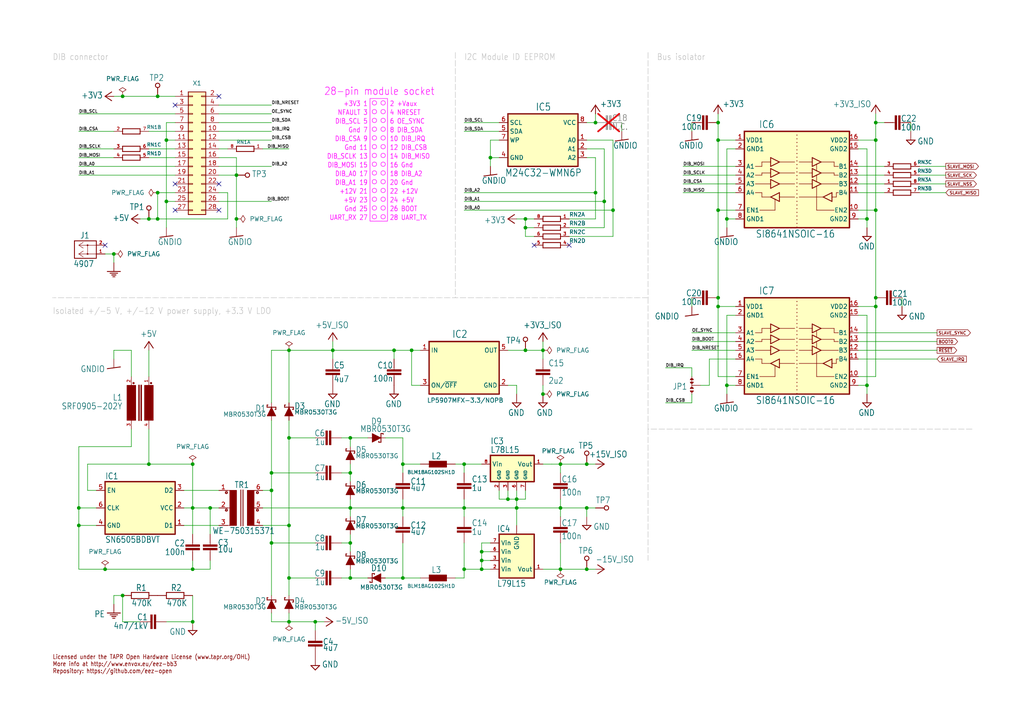
<source format=kicad_sch>
(kicad_sch (version 20230121) (generator eeschema)
  (paper "A4")
  (title_block (title "EEZ DIB MIO168") (date "2024-01-19") (rev "r3B1") (company "Envox d.o.o.") (comment 1 "https://www.envox.eu"))
  (junction (at 35.56 172.72))
  (junction (at 101.6 147.32))
  (junction (at 48.26 40.64))
  (junction (at 116.84 147.32))
  (junction (at 101.6 167.64))
  (junction (at 55.88 180.34))
  (junction (at 45.72 63.5))
  (junction (at 208.28 35.56))
  (junction (at 172.72 55.88))
  (junction (at 170.18 147.32))
  (junction (at 116.84 167.64))
  (junction (at 78.74 157.48))
  (junction (at 48.26 58.42))
  (junction (at 254 60.96))
  (junction (at 254 88.9))
  (junction (at 142.24 45.72))
  (junction (at 162.56 134.62))
  (junction (at 45.72 27.94))
  (junction (at 157.48 114.3))
  (junction (at 134.62 165.1))
  (junction (at 175.26 58.42))
  (junction (at 22.86 152.4))
  (junction (at 114.3 101.6))
  (junction (at 170.18 165.1))
  (junction (at 119.38 101.6))
  (junction (at 254 35.56))
  (junction (at 251.46 63.5))
  (junction (at 55.88 134.62))
  (junction (at 170.18 134.62))
  (junction (at 152.4 63.5))
  (junction (at 134.62 134.62))
  (junction (at 101.6 137.16))
  (junction (at 149.86 147.32))
  (junction (at 208.28 40.64))
  (junction (at 254 86.36))
  (junction (at 152.4 66.04))
  (junction (at 162.56 147.32))
  (junction (at 139.7 162.56))
  (junction (at 134.62 147.32))
  (junction (at 208.28 88.9))
  (junction (at 43.18 134.62))
  (junction (at 83.82 167.64))
  (junction (at 208.28 60.96))
  (junction (at 30.48 165.1))
  (junction (at 83.82 101.6))
  (junction (at 101.6 157.48))
  (junction (at 210.82 63.5))
  (junction (at 55.88 147.32))
  (junction (at 254 40.64))
  (junction (at 55.88 165.1))
  (junction (at 68.58 50.8))
  (junction (at 172.72 35.56))
  (junction (at 22.86 147.32))
  (junction (at 162.56 165.1))
  (junction (at 91.44 180.34))
  (junction (at 78.74 137.16))
  (junction (at 251.46 111.76))
  (junction (at 157.48 101.6))
  (junction (at 208.28 86.36))
  (junction (at 149.86 144.78))
  (junction (at 139.7 165.1))
  (junction (at 33.02 73.66))
  (junction (at 116.84 134.62))
  (junction (at 96.52 101.6))
  (junction (at 78.74 142.24))
  (junction (at 68.58 63.5))
  (junction (at 83.82 152.4))
  (junction (at 83.82 180.34))
  (junction (at 152.4 101.6))
  (junction (at 43.18 63.5))
  (junction (at 101.6 127))
  (junction (at 60.96 147.32))
  (junction (at 45.72 55.88))
  (junction (at 35.56 27.94))
  (junction (at 139.7 160.02))
  (junction (at 147.32 144.78))
  (junction (at 83.82 127))
  (junction (at 177.8 60.96))
  (junction (at 210.82 111.76))
  (no_connect (at 63.5 60.96))
  (no_connect (at 50.8 53.34))
  (no_connect (at 30.48 71.12))
  (no_connect (at 165.1 71.12))
  (no_connect (at 50.8 30.48))
  (no_connect (at 154.94 71.12))
  (no_connect (at 63.5 27.94))
  (no_connect (at 50.8 60.96))
  (no_connect (at 63.5 53.34))
  (wire (pts (xy 254 88.9) (xy 254 86.36)) (stroke (width 0.1524)))
  (wire (pts (xy 43.18 38.1) (xy 50.8 38.1)) (stroke (width 0.1524)))
  (wire (pts (xy 101.6 137.16) (xy 101.6 139.7)) (stroke (width 0.1524)))
  (wire (pts (xy 162.56 137.16) (xy 162.56 134.62)) (stroke (width 0.1524)))
  (wire (pts (xy 96.52 104.14) (xy 96.52 101.6)) (stroke (width 0.1524)))
  (wire (pts (xy 200.66 35.56) (xy 200.66 38.1)) (stroke (width 0.1524)))
  (wire (pts (xy 149.86 142.24) (xy 149.86 144.78)) (stroke (width 0.1524)))
  (polyline (pts (xy 187.96 124.46) (xy 187.96 162.56)) (stroke (width 0.1524) (type dash) (color 194 194 194 1)))
  (wire (pts (xy 48.26 35.56) (xy 48.26 40.64)) (stroke (width 0.1524)))
  (wire (pts (xy 154.94 68.58) (xy 152.4 68.58)) (stroke (width 0.1524)))
  (wire (pts (xy 251.46 66.04) (xy 251.46 63.5)) (stroke (width 0.1524)))
  (wire (pts (xy 101.6 167.64) (xy 101.6 165.1)) (stroke (width 0.1524)))
  (wire (pts (xy 101.6 160.02) (xy 101.6 157.48)) (stroke (width 0.1524)))
  (wire (pts (xy 30.48 73.66) (xy 33.02 73.66)) (stroke (width 0.1524)))
  (wire (pts (xy 177.8 68.58) (xy 177.8 60.96)) (stroke (width 0.1524)))
  (wire (pts (xy 43.18 45.72) (xy 50.8 45.72)) (stroke (width 0.1524)))
  (wire (pts (xy 152.4 63.5) (xy 149.86 63.5)) (stroke (width 0.1524)))
  (wire (pts (xy 165.1 66.04) (xy 175.26 66.04)) (stroke (width 0.1524)))
  (wire (pts (xy 142.24 157.48) (xy 139.7 157.48)))
  (wire (pts (xy 248.92 60.96) (xy 254 60.96)) (stroke (width 0.1524)))
  (wire (pts (xy 76.2 147.32) (xy 101.6 147.32)) (stroke (width 0.1524)))
  (wire (pts (xy 134.62 157.48) (xy 134.62 165.1)) (stroke (width 0.1524)))
  (wire (pts (xy 25.4 142.24) (xy 27.94 142.24)) (stroke (width 0.1524)))
  (wire (pts (xy 157.48 104.14) (xy 157.48 101.6)) (stroke (width 0.1524)))
  (wire (pts (xy 63.5 48.26) (xy 78.74 48.26)) (stroke (width 0.1524)))
  (wire (pts (xy 45.72 27.94) (xy 35.56 27.94)) (stroke (width 0.1524)))
  (wire (pts (xy 134.62 147.32) (xy 134.62 144.78)) (stroke (width 0.1524)))
  (wire (pts (xy 208.28 88.9) (xy 208.28 86.36)) (stroke (width 0.1524)))
  (wire (pts (xy 99.06 137.16) (xy 101.6 137.16)) (stroke (width 0.1524)))
  (wire (pts (xy 83.82 101.6) (xy 83.82 116.84)) (stroke (width 0.1524)))
  (wire (pts (xy 193.04 106.68) (xy 200.66 106.68)) (stroke (width 0.1524)))
  (wire (pts (xy 170.18 165.1) (xy 172.72 165.1)) (stroke (width 0.1524)))
  (wire (pts (xy 152.4 142.24) (xy 152.4 144.78)) (stroke (width 0.1524)))
  (wire (pts (xy 264.16 38.1) (xy 264.16 35.56)) (stroke (width 0.1524)))
  (wire (pts (xy 101.6 137.16) (xy 101.6 134.62)) (stroke (width 0.1524)))
  (wire (pts (xy 43.18 43.18) (xy 50.8 43.18)) (stroke (width 0.1524)))
  (wire (pts (xy 147.32 101.6) (xy 152.4 101.6)) (stroke (width 0.1524)))
  (wire (pts (xy 83.82 167.64) (xy 83.82 172.72)) (stroke (width 0.1524)))
  (polyline (pts (xy 281.94 124.46) (xy 187.96 124.46)) (stroke (width 0.1524) (type dash) (color 194 194 194 1)))
  (polyline (pts (xy 187.96 86.36) (xy 187.96 86.36)) (stroke (width 0.1524) (type dash) (color 194 194 194 1)))
  (wire (pts (xy 55.88 165.1) (xy 30.48 165.1)) (stroke (width 0.1524)))
  (wire (pts (xy 254 109.22) (xy 254 88.9)) (stroke (width 0.1524)))
  (wire (pts (xy 208.28 60.96) (xy 213.36 60.96)) (stroke (width 0.1524)))
  (wire (pts (xy 172.72 45.72) (xy 172.72 55.88)) (stroke (width 0.1524)))
  (wire (pts (xy 101.6 127) (xy 101.6 129.54)) (stroke (width 0.1524)))
  (wire (pts (xy 63.5 30.48) (xy 78.74 30.48)) (stroke (width 0.1524)))
  (wire (pts (xy 40.64 180.34) (xy 35.56 180.34)) (stroke (width 0.1524)))
  (wire (pts (xy 266.7 53.34) (xy 274.32 53.34)) (stroke (width 0.1524)))
  (wire (pts (xy 139.7 160.02) (xy 139.7 162.56)))
  (wire (pts (xy 139.7 162.56) (xy 142.24 162.56)))
  (wire (pts (xy 154.94 66.04) (xy 152.4 66.04)) (stroke (width 0.1524)))
  (wire (pts (xy 43.18 124.46) (xy 43.18 134.62)) (stroke (width 0.1524)))
  (wire (pts (xy 33.02 101.6) (xy 33.02 104.14)) (stroke (width 0.1524)))
  (wire (pts (xy 38.1 101.6) (xy 33.02 101.6)) (stroke (width 0.1524)))
  (wire (pts (xy 208.28 35.56) (xy 208.28 33.02)) (stroke (width 0.1524)))
  (wire (pts (xy 248.92 88.9) (xy 254 88.9)) (stroke (width 0.1524)))
  (wire (pts (xy 213.36 55.88) (xy 198.12 55.88)) (stroke (width 0.1524)))
  (wire (pts (xy 50.8 55.88) (xy 45.72 55.88)) (stroke (width 0.1524)))
  (wire (pts (xy 210.82 91.44) (xy 210.82 111.76)) (stroke (width 0.1524)))
  (wire (pts (xy 144.78 142.24) (xy 144.78 144.78)))
  (wire (pts (xy 50.8 48.26) (xy 22.86 48.26)) (stroke (width 0.1524)))
  (wire (pts (xy 205.74 104.14) (xy 213.36 104.14)) (stroke (width 0.1524)))
  (wire (pts (xy 200.66 86.36) (xy 200.66 88.9)) (stroke (width 0.1524)))
  (wire (pts (xy 114.3 104.14) (xy 114.3 101.6)) (stroke (width 0.1524)))
  (wire (pts (xy 205.74 111.76) (xy 203.2 111.76)) (stroke (width 0.1524)))
  (wire (pts (xy 114.3 101.6) (xy 119.38 101.6)) (stroke (width 0.1524)))
  (wire (pts (xy 210.82 66.04) (xy 210.82 63.5)) (stroke (width 0.1524)))
  (wire (pts (xy 149.86 147.32) (xy 162.56 147.32)) (stroke (width 0.1524)))
  (wire (pts (xy 177.8 60.96) (xy 134.62 60.96)) (stroke (width 0.1524)))
  (wire (pts (xy 208.28 40.64) (xy 208.28 60.96)) (stroke (width 0.1524)))
  (wire (pts (xy 45.72 63.5) (xy 43.18 63.5)) (stroke (width 0.1524)))
  (wire (pts (xy 162.56 147.32) (xy 170.18 147.32)) (stroke (width 0.1524)))
  (wire (pts (xy 248.92 109.22) (xy 254 109.22)) (stroke (width 0.1524)))
  (wire (pts (xy 43.18 109.22) (xy 43.18 101.6)) (stroke (width 0.1524)))
  (wire (pts (xy 83.82 152.4) (xy 83.82 167.64)) (stroke (width 0.1524)))
  (wire (pts (xy 55.88 147.32) (xy 55.88 154.94)) (stroke (width 0.1524)))
  (wire (pts (xy 177.8 40.64) (xy 177.8 60.96)) (stroke (width 0.1524)))
  (wire (pts (xy 200.66 116.84) (xy 193.04 116.84)) (stroke (width 0.1524)))
  (wire (pts (xy 213.36 111.76) (xy 210.82 111.76)) (stroke (width 0.1524)))
  (wire (pts (xy 83.82 121.92) (xy 83.82 127)) (stroke (width 0.1524)))
  (wire (pts (xy 248.92 43.18) (xy 251.46 43.18)) (stroke (width 0.1524)))
  (wire (pts (xy 33.02 38.1) (xy 22.86 38.1)) (stroke (width 0.1524)))
  (wire (pts (xy 274.32 50.8) (xy 266.7 50.8)) (stroke (width 0.1524)))
  (wire (pts (xy 248.92 101.6) (xy 271.78 101.6)) (stroke (width 0.1524)))
  (wire (pts (xy 170.18 40.64) (xy 177.8 40.64)) (stroke (width 0.1524)))
  (wire (pts (xy 139.7 165.1) (xy 142.24 165.1)))
  (wire (pts (xy 208.28 109.22) (xy 208.28 88.9)) (stroke (width 0.1524)))
  (wire (pts (xy 35.56 180.34) (xy 35.56 172.72)) (stroke (width 0.1524)))
  (wire (pts (xy 106.68 167.64) (xy 101.6 167.64)) (stroke (width 0.1524)))
  (wire (pts (xy 33.02 45.72) (xy 22.86 45.72)) (stroke (width 0.1524)))
  (wire (pts (xy 78.74 180.34) (xy 83.82 180.34)) (stroke (width 0.1524)))
  (wire (pts (xy 63.5 40.64) (xy 78.74 40.64)) (stroke (width 0.1524)))
  (wire (pts (xy 254 40.64) (xy 254 35.56)) (stroke (width 0.1524)))
  (wire (pts (xy 55.88 134.62) (xy 43.18 134.62)) (stroke (width 0.1524)))
  (wire (pts (xy 248.92 104.14) (xy 271.78 104.14)) (stroke (width 0.1524)))
  (wire (pts (xy 132.08 167.64) (xy 134.62 167.64)))
  (wire (pts (xy 60.96 165.1) (xy 55.88 165.1)) (stroke (width 0.1524)))
  (wire (pts (xy 43.18 63.5) (xy 40.64 63.5)) (stroke (width 0.1524)))
  (wire (pts (xy 66.04 43.18) (xy 63.5 43.18)) (stroke (width 0.1524)))
  (wire (pts (xy 172.72 147.32) (xy 170.18 147.32)) (stroke (width 0.1524)))
  (wire (pts (xy 101.6 147.32) (xy 116.84 147.32)) (stroke (width 0.1524)))
  (wire (pts (xy 162.56 134.62) (xy 170.18 134.62)) (stroke (width 0.1524)))
  (wire (pts (xy 38.1 109.22) (xy 38.1 101.6)) (stroke (width 0.1524)))
  (wire (pts (xy 139.7 157.48) (xy 139.7 160.02)))
  (wire (pts (xy 213.36 43.18) (xy 210.82 43.18)) (stroke (width 0.1524)))
  (wire (pts (xy 43.18 134.62) (xy 25.4 134.62)) (stroke (width 0.1524)))
  (wire (pts (xy 101.6 157.48) (xy 101.6 154.94)) (stroke (width 0.1524)))
  (wire (pts (xy 170.18 147.32) (xy 170.18 149.86)) (stroke (width 0.1524)))
  (wire (pts (xy 50.8 35.56) (xy 48.26 35.56)) (stroke (width 0.1524)))
  (wire (pts (xy 78.74 137.16) (xy 78.74 142.24)) (stroke (width 0.1524)))
  (wire (pts (xy 134.62 147.32) (xy 116.84 147.32)) (stroke (width 0.1524)))
  (wire (pts (xy 198.12 53.34) (xy 213.36 53.34)) (stroke (width 0.1524)))
  (wire (pts (xy 48.26 180.34) (xy 55.88 180.34)) (stroke (width 0.1524)))
  (wire (pts (xy 213.36 101.6) (xy 200.66 101.6)) (stroke (width 0.1524)))
  (wire (pts (xy 198.12 50.8) (xy 213.36 50.8)) (stroke (width 0.1524)))
  (wire (pts (xy 55.88 147.32) (xy 55.88 134.62)) (stroke (width 0.1524)))
  (wire (pts (xy 27.94 147.32) (xy 22.86 147.32)) (stroke (width 0.1524)))
  (wire (pts (xy 256.54 35.56) (xy 254 35.56)) (stroke (width 0.1524)))
  (wire (pts (xy 144.78 38.1) (xy 134.62 38.1)) (stroke (width 0.1524)))
  (wire (pts (xy 162.56 157.48) (xy 162.56 165.1)) (stroke (width 0.1524)))
  (wire (pts (xy 251.46 43.18) (xy 251.46 63.5)) (stroke (width 0.1524)))
  (polyline (pts (xy 187.96 86.36) (xy 187.96 124.46)) (stroke (width 0.1524) (type dash) (color 194 194 194 1)))
  (wire (pts (xy 50.8 58.42) (xy 48.26 58.42)) (stroke (width 0.1524)))
  (wire (pts (xy 68.58 50.8) (xy 68.58 63.5)) (stroke (width 0.1524)))
  (wire (pts (xy 68.58 63.5) (xy 68.58 66.04)) (stroke (width 0.1524)))
  (wire (pts (xy 91.44 167.64) (xy 83.82 167.64)) (stroke (width 0.1524)))
  (wire (pts (xy 50.8 50.8) (xy 22.86 50.8)) (stroke (width 0.1524)))
  (wire (pts (xy 170.18 45.72) (xy 172.72 45.72)) (stroke (width 0.1524)))
  (wire (pts (xy 91.44 180.34) (xy 91.44 182.88)) (stroke (width 0.1524)))
  (wire (pts (xy 200.66 106.68) (xy 200.66 109.22)) (stroke (width 0.1524)))
  (wire (pts (xy 78.74 116.84) (xy 78.74 101.6)) (stroke (width 0.1524)))
  (wire (pts (xy 147.32 144.78) (xy 149.86 144.78)))
  (wire (pts (xy 147.32 111.76) (xy 149.86 111.76)) (stroke (width 0.1524)))
  (wire (pts (xy 91.44 180.34) (xy 93.98 180.34)) (stroke (width 0.1524)))
  (wire (pts (xy 27.94 152.4) (xy 22.86 152.4)) (stroke (width 0.1524)))
  (wire (pts (xy 142.24 48.26) (xy 142.24 45.72)) (stroke (width 0.1524)))
  (wire (pts (xy 210.82 43.18) (xy 210.82 63.5)) (stroke (width 0.1524)))
  (wire (pts (xy 248.92 48.26) (xy 256.54 48.26)) (stroke (width 0.1524)))
  (wire (pts (xy 134.62 167.64) (xy 134.62 165.1)) (stroke (width 0.1524)))
  (polyline (pts (xy 139.7 86.36) (xy 15.24 86.36)) (stroke (width 0.1524) (type dash) (color 194 194 194 1)))
  (wire (pts (xy 175.26 58.42) (xy 134.62 58.42)) (stroke (width 0.1524)))
  (wire (pts (xy 170.18 134.62) (xy 172.72 134.62)) (stroke (width 0.1524)))
  (wire (pts (xy 213.36 63.5) (xy 210.82 63.5)) (stroke (width 0.1524)))
  (wire (pts (xy 208.28 40.64) (xy 213.36 40.64)) (stroke (width 0.1524)))
  (wire (pts (xy 180.34 35.56) (xy 180.34 38.1)) (stroke (width 0.1524)))
  (wire (pts (xy 134.62 137.16) (xy 134.62 134.62)) (stroke (width 0.1524)))
  (wire (pts (xy 101.6 149.86) (xy 101.6 147.32)) (stroke (width 0.1524)))
  (wire (pts (xy 76.2 152.4) (xy 83.82 152.4)) (stroke (width 0.1524)))
  (wire (pts (xy 60.96 147.32) (xy 60.96 154.94)) (stroke (width 0.1524)))
  (wire (pts (xy 60.96 162.56) (xy 60.96 165.1)) (stroke (width 0.1524)))
  (wire (pts (xy 170.18 43.18) (xy 175.26 43.18)) (stroke (width 0.1524)))
  (polyline (pts (xy 187.96 86.36) (xy 139.7 86.36)) (stroke (width 0.1524) (type dash) (color 194 194 194 1)))
  (wire (pts (xy 116.84 127) (xy 116.84 134.62)) (stroke (width 0.1524)))
  (wire (pts (xy 33.02 175.26) (xy 33.02 172.72)) (stroke (width 0.1524)))
  (wire (pts (xy 53.34 147.32) (xy 55.88 147.32)) (stroke (width 0.1524)))
  (wire (pts (xy 254 86.36) (xy 254 60.96)) (stroke (width 0.1524)))
  (wire (pts (xy 48.26 40.64) (xy 48.26 58.42)) (stroke (width 0.1524)))
  (wire (pts (xy 248.92 96.52) (xy 271.78 96.52)) (stroke (width 0.1524)))
  (wire (pts (xy 256.54 55.88) (xy 248.92 55.88)) (stroke (width 0.1524)))
  (wire (pts (xy 119.38 101.6) (xy 121.92 101.6)) (stroke (width 0.1524)))
  (wire (pts (xy 119.38 111.76) (xy 119.38 101.6)) (stroke (width 0.1524)))
  (wire (pts (xy 152.4 66.04) (xy 152.4 68.58)) (stroke (width 0.1524)))
  (wire (pts (xy 78.74 177.8) (xy 78.74 180.34)) (stroke (width 0.1524)))
  (wire (pts (xy 213.36 91.44) (xy 210.82 91.44)) (stroke (width 0.1524)))
  (wire (pts (xy 53.34 142.24) (xy 63.5 142.24)) (stroke (width 0.1524)))
  (wire (pts (xy 251.46 91.44) (xy 251.46 111.76)) (stroke (width 0.1524)))
  (wire (pts (xy 83.82 101.6) (xy 96.52 101.6)) (stroke (width 0.1524)))
  (wire (pts (xy 142.24 40.64) (xy 142.24 45.72)) (stroke (width 0.1524)))
  (wire (pts (xy 134.62 149.86) (xy 134.62 147.32)) (stroke (width 0.1524)))
  (wire (pts (xy 213.36 88.9) (xy 208.28 88.9)) (stroke (width 0.1524)))
  (wire (pts (xy 83.82 180.34) (xy 91.44 180.34)) (stroke (width 0.1524)))
  (wire (pts (xy 116.84 149.86) (xy 116.84 147.32)) (stroke (width 0.1524)))
  (wire (pts (xy 160.02 134.62) (xy 162.56 134.62)) (stroke (width 0.1524)))
  (wire (pts (xy 162.56 144.78) (xy 162.56 147.32)) (stroke (width 0.1524)))
  (wire (pts (xy 22.86 147.32) (xy 22.86 152.4)) (stroke (width 0.1524)))
  (wire (pts (xy 33.02 73.66) (xy 33.02 76.2)) (stroke (width 0.1524)))
  (wire (pts (xy 63.5 38.1) (xy 78.74 38.1)) (stroke (width 0.1524)))
  (wire (pts (xy 30.48 165.1) (xy 22.86 165.1)) (stroke (width 0.1524)))
  (wire (pts (xy 210.82 111.76) (xy 210.82 114.3)) (stroke (width 0.1524)))
  (wire (pts (xy 48.26 58.42) (xy 48.26 66.04)) (stroke (width 0.1524)))
  (wire (pts (xy 172.72 55.88) (xy 134.62 55.88)) (stroke (width 0.1524)))
  (wire (pts (xy 96.52 99.06) (xy 96.52 101.6)) (stroke (width 0.1524)))
  (polyline (pts (xy 132.08 15.24) (xy 132.08 86.36)) (stroke (width 0.1524) (type dash) (color 194 194 194 1)))
  (wire (pts (xy 111.76 127) (xy 116.84 127)) (stroke (width 0.1524)))
  (wire (pts (xy 91.44 157.48) (xy 78.74 157.48)) (stroke (width 0.1524)))
  (wire (pts (xy 63.5 58.42) (xy 78.74 58.42)) (stroke (width 0.1524)))
  (wire (pts (xy 248.92 91.44) (xy 251.46 91.44)) (stroke (width 0.1524)))
  (wire (pts (xy 162.56 149.86) (xy 162.56 147.32)) (stroke (width 0.1524)))
  (wire (pts (xy 208.28 40.64) (xy 208.28 35.56)) (stroke (width 0.1524)))
  (wire (pts (xy 132.08 134.62) (xy 134.62 134.62)) (stroke (width 0.1524)))
  (wire (pts (xy 60.96 147.32) (xy 63.5 147.32)) (stroke (width 0.1524)))
  (wire (pts (xy 162.56 165.1) (xy 170.18 165.1)) (stroke (width 0.1524)))
  (wire (pts (xy 165.1 63.5) (xy 172.72 63.5)) (stroke (width 0.1524)))
  (wire (pts (xy 91.44 127) (xy 83.82 127)) (stroke (width 0.1524)))
  (wire (pts (xy 248.92 50.8) (xy 256.54 50.8)) (stroke (width 0.1524)))
  (wire (pts (xy 53.34 152.4) (xy 63.5 152.4)) (stroke (width 0.1524)))
  (wire (pts (xy 83.82 180.34) (xy 83.82 177.8)) (stroke (width 0.1524)))
  (wire (pts (xy 134.62 147.32) (xy 149.86 147.32)) (stroke (width 0.1524)))
  (wire (pts (xy 116.84 144.78) (xy 116.84 147.32)) (stroke (width 0.1524)))
  (wire (pts (xy 63.5 33.02) (xy 78.74 33.02)) (stroke (width 0.1524)))
  (wire (pts (xy 134.62 165.1) (xy 139.7 165.1)) (stroke (width 0.1524)))
  (wire (pts (xy 78.74 101.6) (xy 83.82 101.6)) (stroke (width 0.1524)))
  (wire (pts (xy 198.12 48.26) (xy 213.36 48.26)) (stroke (width 0.1524)))
  (wire (pts (xy 134.62 134.62) (xy 139.7 134.62)) (stroke (width 0.1524)))
  (wire (pts (xy 33.02 43.18) (xy 22.86 43.18)) (stroke (width 0.1524)))
  (wire (pts (xy 121.92 134.62) (xy 116.84 134.62)) (stroke (width 0.1524)))
  (wire (pts (xy 63.5 45.72) (xy 68.58 45.72)) (stroke (width 0.1524)))
  (wire (pts (xy 78.74 172.72) (xy 78.74 157.48)) (stroke (width 0.1524)))
  (wire (pts (xy 175.26 43.18) (xy 175.26 58.42)) (stroke (width 0.1524)))
  (wire (pts (xy 144.78 35.56) (xy 134.62 35.56)) (stroke (width 0.1524)))
  (wire (pts (xy 78.74 121.92) (xy 78.74 137.16)) (stroke (width 0.1524)))
  (wire (pts (xy 63.5 35.56) (xy 78.74 35.56)) (stroke (width 0.1524)))
  (wire (pts (xy 116.84 137.16) (xy 116.84 134.62)) (stroke (width 0.1524)))
  (wire (pts (xy 172.72 35.56) (xy 170.18 35.56)) (stroke (width 0.1524)))
  (wire (pts (xy 55.88 180.34) (xy 55.88 172.72)) (stroke (width 0.1524)))
  (wire (pts (xy 83.82 127) (xy 83.82 152.4)) (stroke (width 0.1524)))
  (wire (pts (xy 149.86 144.78) (xy 149.86 147.32)) (stroke (width 0.1524)))
  (wire (pts (xy 149.86 114.3) (xy 149.86 111.76)) (stroke (width 0.1524)))
  (wire (pts (xy 266.7 48.26) (xy 274.32 48.26)) (stroke (width 0.1524)))
  (wire (pts (xy 251.46 114.3) (xy 251.46 111.76)) (stroke (width 0.1524)))
  (wire (pts (xy 63.5 55.88) (xy 66.04 55.88)) (stroke (width 0.1524)))
  (wire (pts (xy 45.72 55.88) (xy 45.72 63.5)) (stroke (width 0.1524)))
  (wire (pts (xy 106.68 127) (xy 101.6 127)) (stroke (width 0.1524)))
  (wire (pts (xy 208.28 86.36) (xy 208.28 60.96)) (stroke (width 0.1524)))
  (wire (pts (xy 22.86 129.54) (xy 38.1 129.54)) (stroke (width 0.1524)))
  (wire (pts (xy 152.4 63.5) (xy 152.4 66.04)) (stroke (width 0.1524)))
  (wire (pts (xy 261.62 88.9) (xy 261.62 86.36)) (stroke (width 0.1524)))
  (wire (pts (xy 213.36 109.22) (xy 208.28 109.22)) (stroke (width 0.1524)))
  (wire (pts (xy 116.84 157.48) (xy 116.84 167.64)) (stroke (width 0.1524)))
  (wire (pts (xy 78.74 157.48) (xy 78.74 142.24)) (stroke (width 0.1524)))
  (wire (pts (xy 96.52 101.6) (xy 114.3 101.6)) (stroke (width 0.1524)))
  (wire (pts (xy 149.86 144.78) (xy 152.4 144.78)) (stroke (width 0.1524)))
  (wire (pts (xy 35.56 172.72) (xy 33.02 172.72)) (stroke (width 0.1524)))
  (wire (pts (xy 111.76 167.64) (xy 116.84 167.64)) (stroke (width 0.1524)))
  (wire (pts (xy 25.4 134.62) (xy 25.4 142.24)) (stroke (width 0.1524)))
  (wire (pts (xy 66.04 55.88) (xy 66.04 63.5)) (stroke (width 0.1524)))
  (wire (pts (xy 248.92 53.34) (xy 256.54 53.34)) (stroke (width 0.1524)))
  (wire (pts (xy 22.86 33.02) (xy 50.8 33.02)) (stroke (width 0.1524)))
  (wire (pts (xy 251.46 111.76) (xy 248.92 111.76)) (stroke (width 0.1524)))
  (wire (pts (xy 254 35.56) (xy 254 33.02)) (stroke (width 0.1524)))
  (wire (pts (xy 147.32 142.24) (xy 147.32 144.78)))
  (wire (pts (xy 248.92 99.06) (xy 271.78 99.06)) (stroke (width 0.1524)))
  (wire (pts (xy 152.4 101.6) (xy 157.48 101.6)) (stroke (width 0.1524)))
  (wire (pts (xy 38.1 124.46) (xy 38.1 129.54)) (stroke (width 0.1524)))
  (wire (pts (xy 154.94 63.5) (xy 152.4 63.5)) (stroke (width 0.1524)))
  (wire (pts (xy 147.32 144.78) (xy 144.78 144.78)))
  (wire (pts (xy 157.48 114.3) (xy 157.48 111.76)) (stroke (width 0.1524)))
  (wire (pts (xy 119.38 111.76) (xy 121.92 111.76)) (stroke (width 0.1524)))
  (wire (pts (xy 205.74 111.76) (xy 205.74 104.14)) (stroke (width 0.1524)))
  (wire (pts (xy 66.04 63.5) (xy 45.72 63.5)) (stroke (width 0.1524)))
  (wire (pts (xy 50.8 40.64) (xy 48.26 40.64)) (stroke (width 0.1524)))
  (wire (pts (xy 139.7 162.56) (xy 139.7 165.1)))
  (wire (pts (xy 116.84 167.64) (xy 121.92 167.64)) (stroke (width 0.1524)))
  (wire (pts (xy 157.48 134.62) (xy 160.02 134.62)))
  (wire (pts (xy 144.78 40.64) (xy 142.24 40.64)) (stroke (width 0.1524)))
  (wire (pts (xy 266.7 55.88) (xy 274.32 55.88)) (stroke (width 0.1524)))
  (wire (pts (xy 91.44 137.16) (xy 78.74 137.16)) (stroke (width 0.1524)))
  (wire (pts (xy 149.86 152.4) (xy 149.86 147.32)))
  (wire (pts (xy 165.1 68.58) (xy 177.8 68.58)) (stroke (width 0.1524)))
  (wire (pts (xy 22.86 165.1) (xy 22.86 152.4)) (stroke (width 0.1524)))
  (wire (pts (xy 99.06 157.48) (xy 101.6 157.48)) (stroke (width 0.1524)))
  (wire (pts (xy 248.92 40.64) (xy 254 40.64)) (stroke (width 0.1524)))
  (wire (pts (xy 157.48 165.1) (xy 162.56 165.1)) (stroke (width 0.1524)))
  (wire (pts (xy 101.6 147.32) (xy 101.6 144.78)) (stroke (width 0.1524)))
  (wire (pts (xy 55.88 165.1) (xy 55.88 162.56)) (stroke (width 0.1524)))
  (wire (pts (xy 50.8 27.94) (xy 45.72 27.94)) (stroke (width 0.1524)))
  (wire (pts (xy 35.56 27.94) (xy 33.02 27.94)) (stroke (width 0.1524)))
  (wire (pts (xy 76.2 43.18) (xy 83.82 43.18)) (stroke (width 0.1524)))
  (wire (pts (xy 68.58 45.72) (xy 68.58 50.8)) (stroke (width 0.1524)))
  (wire (pts (xy 248.92 63.5) (xy 251.46 63.5)) (stroke (width 0.1524)))
  (wire (pts (xy 254 60.96) (xy 254 40.64)) (stroke (width 0.1524)))
  (wire (pts (xy 172.72 33.02) (xy 172.72 35.56)) (stroke (width 0.1524)))
  (wire (pts (xy 175.26 66.04) (xy 175.26 58.42)) (stroke (width 0.1524)))
  (wire (pts (xy 139.7 160.02) (xy 142.24 160.02)))
  (polyline (pts (xy 187.96 15.24) (xy 187.96 86.36)) (stroke (width 0.1524) (type dash) (color 194 194 194 1)))
  (wire (pts (xy 200.66 114.3) (xy 200.66 116.84)) (stroke (width 0.1524)))
  (wire (pts (xy 157.48 101.6) (xy 157.48 99.06)) (stroke (width 0.1524)))
  (wire (pts (xy 76.2 142.24) (xy 78.74 142.24)) (stroke (width 0.1524)))
  (wire (pts (xy 172.72 63.5) (xy 172.72 55.88)) (stroke (width 0.1524)))
  (wire (pts (xy 22.86 129.54) (xy 22.86 147.32)) (stroke (width 0.1524)))
  (wire (pts (xy 99.06 167.64) (xy 101.6 167.64)) (stroke (width 0.1524)))
  (wire (pts (xy 55.88 147.32) (xy 60.96 147.32)) (stroke (width 0.1524)))
  (wire (pts (xy 213.36 99.06) (xy 200.66 99.06)) (stroke (width 0.1524)))
  (wire (pts (xy 213.36 96.52) (xy 200.66 96.52)) (stroke (width 0.1524)))
  (wire (pts (xy 99.06 127) (xy 101.6 127)) (stroke (width 0.1524)))
  (wire (pts (xy 63.5 50.8) (xy 68.58 50.8)) (stroke (width 0.1524)))
  (wire (pts (xy 142.24 45.72) (xy 144.78 45.72)) (stroke (width 0.1524)))
  (circle (center 108.585 47.625) (radius 0.635) (stroke (width 0.1524) (color 255 0 255 1)))
  (circle (center 108.585 32.385) (radius 0.635) (stroke (width 0.1524) (color 255 0 255 1)))
  (circle (center 108.585 34.925) (radius 0.635) (stroke (width 0.1524) (color 255 0 255 1)))
  (circle (center 111.125 50.165) (radius 0.635) (stroke (width 0.1524) (color 255 0 255 1)))
  (circle (center 108.585 29.845) (radius 0.635) (stroke (width 0.1524) (color 255 0 255 1)))
  (circle (center 108.585 42.545) (radius 0.635) (stroke (width 0.1524) (color 255 0 255 1)))
  (circle (center 111.125 57.785) (radius 0.635) (stroke (width 0.1524) (color 255 0 255 1)))
  (circle (center 108.585 60.325) (radius 0.635) (stroke (width 0.1524) (color 255 0 255 1)))
  (circle (center 108.585 37.465) (radius 0.635) (stroke (width 0.1524) (color 255 0 255 1)))
  (circle (center 111.125 62.865) (radius 0.635) (stroke (width 0.1524) (color 255 0 255 1)))
  (circle (center 111.125 52.705) (radius 0.635) (stroke (width 0.1524) (color 255 0 255 1)))
  (circle (center 108.585 50.165) (radius 0.635) (stroke (width 0.1524) (color 255 0 255 1)))
  (circle (center 111.125 37.465) (radius 0.635) (stroke (width 0.1524) (color 255 0 255 1)))
  (circle (center 108.585 52.705) (radius 0.635) (stroke (width 0.1524) (color 255 0 255 1)))
  (circle (center 108.585 62.865) (radius 0.635) (stroke (width 0.1524) (color 255 0 255 1)))
  (circle (center 111.125 29.845) (radius 0.635) (stroke (width 0.1524) (color 255 0 255 1)))
  (circle (center 108.585 57.785) (radius 0.635) (stroke (width 0.1524) (color 255 0 255 1)))
  (circle (center 111.125 55.245) (radius 0.635) (stroke (width 0.1524) (color 255 0 255 1)))
  (circle (center 108.585 45.085) (radius 0.635) (stroke (width 0.1524) (color 255 0 255 1)))
  (rectangle (start 107.315 28.575) (end 112.395 64.135) (stroke (width 0) (color 255 0 255 1)))
  (circle (center 111.125 45.085) (radius 0.635) (stroke (width 0.1524) (color 255 0 255 1)))
  (circle (center 111.125 34.925) (radius 0.635) (stroke (width 0.1524) (color 255 0 255 1)))
  (circle (center 111.125 42.545) (radius 0.635) (stroke (width 0.1524) (color 255 0 255 1)))
  (circle (center 111.125 40.005) (radius 0.635) (stroke (width 0.1524) (color 255 0 255 1)))
  (circle (center 111.125 47.625) (radius 0.635) (stroke (width 0.1524) (color 255 0 255 1)))
  (circle (center 108.585 55.245) (radius 0.635) (stroke (width 0.1524) (color 255 0 255 1)))
  (circle (center 111.125 32.385) (radius 0.635) (stroke (width 0.1524) (color 255 0 255 1)))
  (circle (center 111.125 60.325) (radius 0.635) (stroke (width 0.1524) (color 255 0 255 1)))
  (circle (center 108.585 40.005) (radius 0.635) (stroke (width 0.1524) (color 255 0 255 1)))
  (text "24 +5V" (at 113.03 59.055 0) (effects (font (size 1.4224 1.209)) (justify left bottom)))
  (text "18 DIB_A2" (at 113.03 51.435 0) (effects (font (size 1.4224 1.209)) (justify left bottom)))
  (text "28 UART_TX" (at 113.03 64.135 0) (effects (font (size 1.4224 1.209)) (justify left bottom)))
  (text "DIB_A0 17" (at 106.68 51.435 0) (effects (font (size 1.4224 1.209)) (justify right bottom)))
  (text "16 Gnd" (at 113.03 48.895 0) (effects (font (size 1.4224 1.209)) (justify left bottom)))
  (text "DIB_A1 19" (at 106.68 53.975 0) (effects (font (size 1.4224 1.209)) (justify right bottom)))
  (text "6 OE_SYNC" (at 113.03 36.195 0) (effects (font (size 1.4224 1.209)) (justify left bottom)))
  (text "Licensed under the TAPR Open Hardware License (www.tapr.org/OHL)\nMore info at http://www.envox.eu/eez-bb3\nRepository: https://github.com/eez-open" (at 15.24 195.58 0) (effects (font (size 1.27 1.0795)) (justify left bottom)))
  (text "Isolated +/-5 V, +/-12 V power supply, +3.3 V LDO" (at 15.24 91.44 0) (effects (font (size 1.778 1.5113)) (justify left bottom)))
  (text "20 Gnd" (at 113.03 53.975 0) (effects (font (size 1.4224 1.209)) (justify left bottom)))
  (text "DIB_SCLK 13" (at 106.68 46.355 0) (effects (font (size 1.4224 1.209)) (justify right bottom)))
  (text "12 DIB_CSB" (at 113.03 43.815 0) (effects (font (size 1.4224 1.209)) (justify left bottom)))
  (text "2 +Vaux" (at 113.03 31.115 0) (effects (font (size 1.4224 1.209)) (justify left bottom)))
  (text "+5V 23" (at 106.68 59.055 0) (effects (font (size 1.4224 1.209)) (justify right bottom)))
  (text "UART_RX 27" (at 106.68 64.135 0) (effects (font (size 1.4224 1.209)) (justify right bottom)))
  (text "22 +12V" (at 113.03 56.515 0) (effects (font (size 1.4224 1.209)) (justify left bottom)))
  (text "DIB connector" (at 15.24 17.78 0) (effects (font (size 1.778 1.5113)) (justify left bottom)))
  (text "8 DIB_SDA" (at 113.03 38.735 0) (effects (font (size 1.4224 1.209)) (justify left bottom)))
  (text "10 DIB_IRQ" (at 113.03 41.275 0) (effects (font (size 1.4224 1.209)) (justify left bottom)))
  (text "DIB_MOSI 15" (at 106.68 48.895 0) (effects (font (size 1.4224 1.209)) (justify right bottom)))
  (text "Gnd 25" (at 106.68 61.595 0) (effects (font (size 1.4224 1.209)) (justify right bottom)))
  (text "DIB_CSA 9" (at 106.68 41.275 0) (effects (font (size 1.4224 1.209)) (justify right bottom)))
  (text "NFAULT 3" (at 106.68 33.655 0) (effects (font (size 1.4224 1.209)) (justify right bottom)))
  (text "I2C Module ID EEPROM" (at 134.62 17.78 0) (effects (font (size 1.778 1.5113)) (justify left bottom)))
  (text "4 NRESET" (at 113.03 33.655 0) (effects (font (size 1.4224 1.209)) (justify left bottom)))
  (text "Gnd 7" (at 106.68 38.735 0) (effects (font (size 1.4224 1.209)) (justify right bottom)))
  (text "DIB_SCL 5" (at 106.68 36.195 0) (effects (font (size 1.4224 1.209)) (justify right bottom)))
  (text "14 DIB_MISO" (at 113.03 46.355 0) (effects (font (size 1.4224 1.209)) (justify left bottom)))
  (text "+3V3 1" (at 106.68 31.115 0) (effects (font (size 1.4224 1.209)) (justify right bottom)))
  (text "Gnd 11" (at 106.68 43.815 0) (effects (font (size 1.4224 1.209)) (justify right bottom)))
  (text "26 BOOT" (at 113.03 61.595 0) (effects (font (size 1.4224 1.209)) (justify left bottom)))
  (text "+12V 21" (at 106.68 56.515 0) (effects (font (size 1.4224 1.209)) (justify right bottom)))
  (text "Bus isolator" (at 190.5 17.78 0) (effects (font (size 1.778 1.5113)) (justify left bottom)))
  (text "28-pin module socket" (at 93.98 27.94 0) (effects (font (size 2.1844 1.8567)) (justify left bottom)))
  (label "OE_SYNC" (at 200.66 96.52 0) (effects (font (size 0.889 0.889))))
  (label "DIB_NRESET" (at 200.66 101.6 0) (effects (font (size 0.889 0.889))))
  (label "DIB_CSB" (at 78.74 40.64 0) (effects (font (size 0.889 0.889))))
  (label "DIB_SCL" (at 134.62 35.56 0) (effects (font (size 0.889 0.889))))
  (label "DIB_BOOT" (at 200.66 99.06 0) (effects (font (size 0.889 0.889))))
  (label "DIB_CSB" (at 193.04 116.84 0) (effects (font (size 0.889 0.889))))
  (label "DIB_IRQ" (at 78.74 38.1 0) (effects (font (size 0.889 0.889))))
  (label "DIB_SCLK" (at 22.86 43.18 0) (effects (font (size 0.889 0.889))))
  (label "OE_SYNC" (at 78.74 33.02 0) (effects (font (size 0.889 0.889))))
  (label "DIB_MISO" (at 198.12 55.88 0) (effects (font (size 0.889 0.889))))
  (label "DIB_SCLK" (at 198.12 50.8 0) (effects (font (size 0.889 0.889))))
  (label "DIB_BOOT" (at 77.47 58.42 0) (effects (font (size 0.889 0.889))))
  (label "DIB_A1" (at 22.86 50.8 0) (effects (font (size 0.889 0.889))))
  (label "DIB_A2" (at 78.74 48.26 0) (effects (font (size 0.889 0.889))))
  (label "DIB_CSA" (at 22.86 38.1 0) (effects (font (size 0.889 0.889))))
  (label "DIB_IRQ" (at 193.04 106.68 0) (effects (font (size 0.889 0.889))))
  (label "DIB_A0" (at 22.86 48.26 0) (effects (font (size 0.889 0.889))))
  (label "DIB_MOSI" (at 22.86 45.72 0) (effects (font (size 0.889 0.889))))
  (label "DIB_SDA" (at 78.74 35.56 0) (effects (font (size 0.889 0.889))))
  (label "DIB_SDA" (at 134.62 38.1 0) (effects (font (size 0.889 0.889))))
  (label "DIB_MISO" (at 83.82 43.18 180) (effects (font (size 0.889 0.889))))
  (label "DIB_A1" (at 134.62 58.42 0) (effects (font (size 0.889 0.889))))
  (label "DIB_CSA" (at 198.12 53.34 0) (effects (font (size 0.889 0.889))))
  (label "DIB_A2" (at 134.62 55.88 0) (effects (font (size 0.889 0.889))))
  (label "DIB_SCL" (at 22.86 33.02 0) (effects (font (size 0.889 0.889))))
  (label "DIB_NRESET" (at 78.74 30.48 0) (effects (font (size 0.889 0.889))))
  (label "DIB_A0" (at 134.62 60.96 0) (effects (font (size 0.889 0.889))))
  (label "DIB_MOSI" (at 198.12 48.26 0) (effects (font (size 0.889 0.889))))
  (global_label "SLAVE_SCK" (shape output) (at 274.32 50.8 0) (effects (font (size 0.889 0.889))) (property "Intersheetrefs" "${INTERSHEET_REFS}" (effects hide)))
  (global_label "SLAVE_SYNC" (shape output) (at 271.78 96.52 0) (effects (font (size 0.889 0.889))) (property "Intersheetrefs" "${INTERSHEET_REFS}" (effects hide)))
  (global_label "BOOT0" (shape output) (at 271.78 99.06 0) (effects (font (size 0.889 0.889))) (property "Intersheetrefs" "${INTERSHEET_REFS}" (effects hide)))
  (global_label "SLAVE_MISO" (shape input) (at 274.32 55.88 0) (effects (font (size 0.889 0.889))) (property "Intersheetrefs" "${INTERSHEET_REFS}" (effects hide)))
  (global_label "~{RESET}" (shape output) (at 271.78 101.6 0) (effects (font (size 0.889 0.889))) (property "Intersheetrefs" "${INTERSHEET_REFS}" (effects hide)))
  (global_label "SLAVE_MOSI" (shape output) (at 274.32 48.26 0) (effects (font (size 0.889 0.889))) (property "Intersheetrefs" "${INTERSHEET_REFS}" (effects hide)))
  (global_label "SLAVE_NSS" (shape output) (at 274.32 53.34 0) (effects (font (size 0.889 0.889))) (property "Intersheetrefs" "${INTERSHEET_REFS}" (effects hide)))
  (global_label "SLAVE_IRQ" (shape input) (at 271.78 104.14 0) (effects (font (size 0.889 0.889))) (property "Intersheetrefs" "${INTERSHEET_REFS}" (effects hide)))
  (symbol (lib_id "PCM_EEZ_symbols:GND") (at 170.18 152.4 0) (unit 1)
    (property "Reference" "#SUPPLY09" (effects hide))
    (property "Value" "GND" (at 172.085 151.765 0) (effects (font (size 1.778 1.5113)) (justify left top)))
  )
  (symbol (lib_id "PCM_EEZ_unsorted:JP3 shorted") (at 200.66 111.76 0) (mirror x) (unit 1) (in_bom no)
    (property "Reference" "JP1" (at 199.39 111.125 0) (effects (font (size 1.778 1.5113)) (justify right bottom)))
    (property "Value" "JP3-CUT-0805-ROTATED" (effects hide))
    (property "Footprint" "PCM_EEZ_SMD:JP3 shorted" (effects hide))
  )
  (symbol (lib_id "PCM_EEZ_unsorted:PCB test point") (at 71.12 50.8 0) (unit 1) (in_bom no)
    (property "Reference" "TP3" (at 73.025 51.435 0) (effects (font (size 1.778 1.5113)) (justify left bottom)))
    (property "Value" "PCB_TEST_TABSHIELD" (effects hide))
    (property "Footprint" "PCM_EEZ_THT:Testhole 24_50mils" (effects hide))
  )
  (symbol (lib_id "PCM_EEZ_passives:C-EU") (at 96.52 157.48 270) (unit 1)
    (property "Reference" "C8" (at 94.361 157.099 90) (effects (font (size 1.778 1.5113)) (justify right bottom)))
    (property "Value" "1u" (at 94.361 159.639 90) (effects (font (size 1.778 1.5113)) (justify right bottom)))
    (property "Footprint" "PCM_EEZ_passives:C_0805_2012Metric" (effects hide))
    (property "DigiKey" "490-10494-2-ND" (effects hide))
    (property "Mouser" "81-GRM219R7YA105KA2J" (effects hide))
    (property "TME" "GRM219R7YA105KA12D" (effects hide))
  )
  (symbol (lib_id "PCM_EEZ_passives:R_ARRAY4") (at 261.62 50.8 0) (unit 4)
    (property "Reference" "RN3" (at 266.065 50.165 0) (effects (font (size 1.016 1.016)) (justify left bottom)))
    (property "Value" "DR1206-33R-4/8" (effects hide))
    (property "Footprint" "PCM_EEZ_SMD:CAY16" (effects hide))
    (property "DigiKey" "CAY16-330J4LFCT-ND" (effects hide))
    (property "Mouser" "652-CAY16-330J4LF" (effects hide))
    (property "TME" "4D03WGJ0330T" (effects hide))
  )
  (symbol (lib_id "PCM_EEZ_passives:C-EU") (at 261.62 35.56 270) (mirror x) (unit 1)
    (property "Reference" "C22" (at 261.239 33.401 90) (effects (font (size 1.778 1.5113)) (justify left bottom)))
    (property "Value" "100n" (at 261.239 35.941 90) (effects (font (size 1.778 1.5113)) (justify left bottom)))
    (property "Footprint" "PCM_EEZ_passives:C_0603_1608Metric" (effects hide))
    (property "DigiKey" "1276-1005-2-ND" (effects hide))
    (property "Mouser" "187-CL10B104KO8NNNC " (effects hide))
    (property "TME" "CL10B104KA8NNNC" (effects hide))
  )
  (symbol (lib_id "PCM_EEZ_passives:C-EU") (at 55.88 157.48 0) (unit 1)
    (property "Reference" "C2" (at 53.721 156.591 0) (effects (font (size 1.778 1.5113)) (justify right top)))
    (property "Value" "100n" (at 53.721 159.131 0) (effects (font (size 1.778 1.5113)) (justify right top)))
    (property "Footprint" "PCM_EEZ_passives:C_0603_1608Metric" (effects hide))
    (property "DigiKey" "1276-1005-2-ND" (effects hide))
    (property "Mouser" "187-CL10B104KO8NNNC " (effects hide))
    (property "TME" "CL10B104KA8NNNC" (effects hide))
  )
  (symbol (lib_id "PCM_EEZ_passives:C-EU") (at 91.44 187.96 180) (unit 1)
    (property "Reference" "C4" (at 93.599 185.166 0) (effects (font (size 1.778 1.5113)) (justify right bottom)))
    (property "Value" "4u7" (at 93.599 188.849 0) (effects (font (size 1.778 1.5113)) (justify right top)))
    (property "Footprint" "PCM_EEZ_passives:C_0805_2012Metric" (effects hide))
    (property "DigiKey" "490-14466-1-ND" (effects hide))
    (property "Mouser" "963-TMK212AB7475MG-T" (effects hide))
    (property "TME" "C0805C475K3RACAUTO" (effects hide))
  )
  (symbol (lib_id "PCM_EEZ_passives:R_ARRAY4") (at 38.1 45.72 0) (unit 4)
    (property "Reference" "RN1" (at 42.545 45.085 0) (effects (font (size 1.016 1.016)) (justify left bottom)))
    (property "Value" "DR1206-33R-4/8" (effects hide))
    (property "Footprint" "PCM_EEZ_SMD:CAY16" (effects hide))
    (property "DigiKey" "CAY16-330J4LFCT-ND" (effects hide))
    (property "Mouser" "652-CAY16-330J4LF" (effects hide))
    (property "TME" "4D03WGJ0330T" (effects hide))
  )
  (symbol (lib_id "PCM_EEZ_discretes:DIODE_SCHOTTKY") (at 83.82 119.38 90) (unit 1)
    (property "Reference" "D3" (at 85.344 118.745 90) (effects (font (size 1.778 1.5113)) (justify right top)))
    (property "Value" "MBR0530T3G" (at 85.344 120.269 90) (effects (justify right top)))
    (property "Footprint" "PCM_EEZ_SMD:SOD123" (effects hide))
    (property "DigiKey" "863-MBR0530T3G" (effects hide))
    (property "Mouser" "MBR0530T3GOSCT-ND" (effects hide))
    (property "TME" "MBR0530T3G" (effects hide))
  )
  (symbol (lib_id "power:PWR_FLAG") (at 157.48 101.6 270) (unit 1)
    (property "Reference" "#FLG09" (effects hide))
    (property "Value" "PWR_FLAG" (at 161.29 101.6 90) (effects (justify left)))
  )
  (symbol (lib_id "PCM_EEZ_symbols:+3V3") (at 172.72 30.48 0) (unit 1)
    (property "Reference" "#+3V03" (effects hide))
    (property "Value" "+3V3" (at 173.99 31.115 0) (effects (font (size 1.778 1.5113)) (justify left bottom)))
  )
  (symbol (lib_id "power:PWR_FLAG") (at 162.56 165.1 180) (unit 1)
    (property "Reference" "#FLG012" (effects hide))
    (property "Value" "PWR_FLAG" (at 162.56 168.91 0))
  )
  (symbol (lib_id "PCM_EEZ_passives:L_EU_SRF0905") (at 43.18 109.22 270) (unit 1)
    (property "Reference" "L1" (at 35.56 114.3 90) (effects (font (size 1.778 1.5113)) (justify right top)))
    (property "Value" "SRF0905-202Y" (at 35.56 116.84 90) (effects (font (size 1.778 1.5113)) (justify right top)))
    (property "Footprint" "PCM_EEZ_passives:SRF0905" (effects hide))
    (property "DigiKey" "SRF0905-202YCT-ND" (effects hide))
    (property "Mouser" "652-SRF0905-202Y" (effects hide))
    (property "TME" "-" (effects hide))
  )
  (symbol (lib_id "PCM_EEZ_passives:C-EU") (at 162.56 139.7 0) (unit 1)
    (property "Reference" "C16" (at 162.814 139.954 0) (effects (font (size 1.778 1.5113)) (justify left bottom)))
    (property "Value" "100n" (at 162.814 143.764 0) (effects (font (size 1.778 1.5113)) (justify left bottom)))
    (property "Footprint" "PCM_EEZ_passives:C_0603_1608Metric" (effects hide))
    (property "DigiKey" "1276-1005-2-ND" (effects hide))
    (property "Mouser" "187-CL10B104KO8NNNC " (effects hide))
    (property "TME" "CL10B104KA8NNNC" (effects hide))
  )
  (symbol (lib_id "PCM_EEZ_symbols:-5V_ISO") (at 93.98 180.34 270) (unit 1)
    (property "Reference" "#-5V_ISO01" (effects hide))
    (property "Value" "-5V_ISO" (at 97.155 180.975 90) (effects (font (size 1.778 1.5113)) (justify left bottom)))
  )
  (symbol (lib_id "PCM_EEZ_symbols:GND_ISO") (at 68.58 68.58 0) (unit 1)
    (property "Reference" "#GND03" (effects hide))
    (property "Value" "GNDIO" (at 66.04 71.12 0) (effects (font (size 1.778 1.5113)) (justify left bottom)))
  )
  (symbol (lib_id "PCM_EEZ_discretes:DIODE_SCHOTTKY") (at 101.6 162.56 90) (unit 1)
    (property "Reference" "D8" (at 103.124 161.925 90) (effects (font (size 1.778 1.5113)) (justify right top)))
    (property "Value" "MBR0530T3G" (at 103.124 163.449 90) (effects (justify right top)))
    (property "Footprint" "PCM_EEZ_SMD:SOD123" (effects hide))
    (property "DigiKey" "863-MBR0530T3G" (effects hide))
    (property "Mouser" "MBR0530T3GOSCT-ND" (effects hide))
    (property "TME" "MBR0530T3G" (effects hide))
  )
  (symbol (lib_id "PCM_EEZ_symbols:+3V3") (at 30.48 27.94 90) (unit 1)
    (property "Reference" "#+3V01" (effects hide))
    (property "Value" "+3V3" (at 29.845 26.67 90) (effects (font (size 1.778 1.5113)) (justify left bottom)))
  )
  (symbol (lib_id "power:PWR_FLAG") (at 162.56 134.62 0) (unit 1)
    (property "Reference" "#FLG011" (effects hide))
    (property "Value" "PWR_FLAG" (at 161.925 130.81 0))
  )
  (symbol (lib_id "PCM_EEZ_discretes:DIODE_SCHOTTKY") (at 109.22 167.64 180) (unit 1)
    (property "Reference" "D10" (at 107.569 165.735 0) (effects (font (size 1.778 1.5113)) (justify right top)))
    (property "Value" "MBR0530T3G" (at 104.394 171.069 0) (effects (justify right top)))
    (property "Footprint" "PCM_EEZ_SMD:SOD123" (effects hide))
    (property "DigiKey" "863-MBR0530T3G" (effects hide))
    (property "Mouser" "MBR0530T3GOSCT-ND" (effects hide))
    (property "TME" "MBR0530T3G" (effects hide))
  )
  (symbol (lib_id "PCM_EEZ_symbols:GND_ISO") (at 33.02 106.68 0) (unit 1)
    (property "Reference" "#GND01" (effects hide))
    (property "Value" "GNDIO" (at 30.48 106.045 0) (effects (font (size 1.778 1.5113)) (justify right top)))
  )
  (symbol (lib_id "PCM_EEZ_symbols:+5V_ISO") (at 96.52 99.06 0) (unit 1)
    (property "Reference" "#+5V_ISO01" (effects hide))
    (property "Value" "+5V_ISO" (at 91.44 95.25 0) (effects (font (size 1.778 1.5113)) (justify left bottom)))
  )
  (symbol (lib_id "PCM_EEZ_unsorted:PCB test point") (at 175.26 147.32 0) (unit 1) (in_bom no)
    (property "Reference" "TP7" (at 172.72 146.05 0) (effects (font (size 1.778 1.5113)) (justify left bottom)))
    (property "Value" "PCB_TEST_TABSHIELD" (effects hide))
    (property "Footprint" "PCM_EEZ_THT:Testhole 24_50mils" (effects hide))
  )
  (symbol (lib_id "power:PWR_FLAG") (at 33.02 73.66 270) (unit 1)
    (property "Reference" "#FLG02" (effects hide))
    (property "Value" "PWR_FLAG" (at 36.83 73.66 90) (effects (justify left)))
  )
  (symbol (lib_id "PCM_EEZ_passives:L_EU") (at 127 167.64 0) (unit 1)
    (property "Reference" "L3" (at 125.095 166.2684 0) (effects (font (size 1.778 1.5113)) (justify left bottom)))
    (property "Value" "BLM18AG102SH1D" (at 118.11 170.561 0) (effects (font (size 1.016 1.016)) (justify left bottom)))
    (property "Footprint" "PCM_EEZ_passives:BEAD0603" (effects hide))
    (property "DigiKey" "490-7809-1-ND" (effects hide))
    (property "Mouser" "81-BLM18AG102SH1D" (effects hide))
    (property "TME" "BLM18AG102SH1D" (effects hide))
  )
  (symbol (lib_id "power:PWR_FLAG") (at 55.88 134.62 0) (unit 1)
    (property "Reference" "#FLG05" (effects hide))
    (property "Value" "PWR_FLAG" (at 55.88 129.54 0))
  )
  (symbol (lib_id "PCM_EEZ_ICs:SI8641") (at 231.14 99.06 0) (unit 1)
    (property "Reference" "IC7" (at 220.0656 85.4964 0) (effects (font (size 2.0828 1.7703)) (justify left bottom)))
    (property "Value" "SI8641NSOIC-16" (at 219.1258 117.2464 0) (effects (font (size 2.0828 1.7703)) (justify left bottom)))
    (property "Footprint" "PCM_EEZ_SMD:SOIC127P600X265-16N" (effects hide))
    (property "DigiKey" "336-2566-ND" (effects hide))
    (property "Mouser" "634-SI8641BB-B-IS1" (effects hide))
    (property "TME" "-" (effects hide))
  )
  (symbol (lib_id "PCM_EEZ_passives:C-EU") (at 177.8 35.56 270) (unit 1) (in_bom no) (dnp yes)
    (property "Reference" "C18" (at 177.419 35.179 90) (effects (font (size 1.778 1.5113)) (justify left bottom)))
    (property "Value" "N.C." (at 177.419 37.719 90) (effects (font (size 1.778 1.5113)) (justify left bottom)))
    (property "Footprint" "PCM_EEZ_passives:C_0603_1608Metric" (effects hide))
  )
  (symbol (lib_id "PCM_EEZ_discretes:DIODE_SCHOTTKY") (at 83.82 175.26 90) (unit 1)
    (property "Reference" "D4" (at 85.344 175.26 90) (effects (font (size 1.778 1.5113)) (justify right top)))
    (property "Value" "MBR0530T3G" (at 85.344 176.784 90) (effects (justify right top)))
    (property "Footprint" "PCM_EEZ_SMD:SOD123" (effects hide))
    (property "DigiKey" "863-MBR0530T3G" (effects hide))
    (property "Mouser" "MBR0530T3GOSCT-ND" (effects hide))
    (property "TME" "MBR0530T3G" (effects hide))
  )
  (symbol (lib_id "PCM_EEZ_symbols:GND") (at 114.3 114.3 0) (unit 1)
    (property "Reference" "#SUPPLY06" (effects hide))
    (property "Value" "GND" (at 111.76 116.205 0) (effects (font (size 1.778 1.5113)) (justify left top)))
  )
  (symbol (lib_id "power:PWR_FLAG") (at 83.82 180.34 180) (unit 1)
    (property "Reference" "#FLG08" (effects hide))
    (property "Value" "PWR_FLAG" (at 83.82 185.42 0))
  )
  (symbol (lib_id "PCM_EEZ_symbols:+3V3") (at 147.32 63.5 90) (unit 1)
    (property "Reference" "#+3V02" (effects hide))
    (property "Value" "+3V3" (at 146.685 62.865 90) (effects (font (size 1.778 1.5113)) (justify left bottom)))
  )
  (symbol (lib_id "PCM_EEZ_TI:LP5907") (at 134.62 106.68 0) (unit 1)
    (property "Reference" "IC2" (at 131.064 98.044 0) (effects (font (size 2.0828 1.7703)) (justify left bottom)))
    (property "Value" "LP5907MFX-3.3/NOPB" (at 123.825 116.84 0) (effects (justify left bottom)))
    (property "Footprint" "PCM_EEZ_SMD:SOT23-5L_STM" (effects hide))
    (property "DigiKey" "296-38557-2-ND" (effects hide))
    (property "Mouser" "595-LP5907MFX-3.3NPB" (effects hide))
    (property "TME" "LP5907MFX-3.3/NOPB" (effects hide))
  )
  (symbol (lib_id "PCM_EEZ_unsorted:PCB test point") (at 170.18 162.56 90) (unit 1) (in_bom no)
    (property "Reference" "TP6" (at 172.085 158.75 90) (effects (font (size 1.778 1.5113)) (justify left bottom)))
    (property "Value" "PCB_TEST_TABSHIELD" (effects hide))
    (property "Footprint" "PCM_EEZ_THT:Testhole 24_50mils" (effects hide))
  )
  (symbol (lib_id "PCM_EEZ_passives:R_ARRAY4") (at 38.1 38.1 0) (unit 2)
    (property "Reference" "RN1" (at 42.545 37.465 0) (effects (font (size 1.016 1.016)) (justify left bottom)))
    (property "Value" "DR1206-33R-4/8" (effects hide))
    (property "Footprint" "PCM_EEZ_SMD:CAY16" (effects hide))
    (property "DigiKey" "CAY16-330J4LFCT-ND" (effects hide))
    (property "Mouser" "652-CAY16-330J4LF" (effects hide))
    (property "TME" "4D03WGJ0330T" (effects hide))
  )
  (symbol (lib_id "PCM_EEZ_symbols:GND") (at 55.88 182.88 0) (mirror y) (unit 1)
    (property "Reference" "#SUPPLY03" (effects hide))
    (property "Value" "GND" (at 53.975 182.245 0) (effects (font (size 1.778 1.5113)) (justify left top)))
  )
  (symbol (lib_id "PCM_EEZ_discretes:DIODE_SCHOTTKY") (at 78.74 119.38 90) (unit 1)
    (property "Reference" "D1" (at 77.216 119.38 90) (effects (font (size 1.778 1.5113)) (justify left top)))
    (property "Value" "MBR0530T3G" (at 77.216 120.904 90) (effects (justify left top)))
    (property "Footprint" "PCM_EEZ_SMD:SOD123" (effects hide))
    (property "DigiKey" "863-MBR0530T3G" (effects hide))
    (property "Mouser" "MBR0530T3GOSCT-ND" (effects hide))
    (property "TME" "MBR0530T3G" (effects hide))
  )
  (symbol (lib_id "PCM_EEZ_symbols:PE") (at 33.02 78.74 0) (unit 1)
    (property "Reference" "#PE01" (effects hide))
    (property "Value" "PE" (effects hide))
  )
  (symbol (lib_id "PCM_EEZ_passives:C-EU") (at 134.62 154.94 0) (mirror x) (unit 1)
    (property "Reference" "C14" (at 136.779 152.654 0) (effects (font (size 1.778 1.5113)) (justify left top)))
    (property "Value" "1u" (at 136.779 155.194 0) (effects (font (size 1.778 1.5113)) (justify left top)))
    (property "Footprint" "PCM_EEZ_passives:C_0805_2012Metric" (effects hide))
    (property "DigiKey" "490-10494-2-ND" (effects hide))
    (property "Mouser" "81-GRM219R7YA105KA2J" (effects hide))
    (property "TME" "GRM219R7YA105KA12D" (effects hide))
  )
  (symbol (lib_id "PCM_EEZ_discretes:DIODE_SCHOTTKY") (at 78.74 175.26 90) (unit 1)
    (property "Reference" "D2" (at 77.216 175.26 90) (effects (font (size 1.778 1.5113)) (justify left top)))
    (property "Value" "MBR0530T3G" (at 77.216 176.784 90) (effects (justify left top)))
    (property "Footprint" "PCM_EEZ_SMD:SOD123" (effects hide))
    (property "DigiKey" "863-MBR0530T3G" (effects hide))
    (property "Mouser" "MBR0530T3GOSCT-ND" (effects hide))
    (property "TME" "MBR0530T3G" (effects hide))
  )
  (symbol (lib_id "PCM_EEZ_symbols:GND") (at 96.52 114.3 0) (unit 1)
    (property "Reference" "#SUPPLY05" (effects hide))
    (property "Value" "GND" (at 93.98 116.205 0) (effects (font (size 1.778 1.5113)) (justify left top)))
  )
  (symbol (lib_id "power:PWR_FLAG") (at 157.48 114.3 270) (unit 1)
    (property "Reference" "#FLG010" (effects hide))
    (property "Value" "PWR_FLAG" (at 161.29 114.3 90) (effects (justify left)))
  )
  (symbol (lib_id "power:PWR_FLAG") (at 30.48 165.1 0) (unit 1)
    (property "Reference" "#FLG01" (effects hide))
    (property "Value" "PWR_FLAG" (at 30.48 160.02 0))
  )
  (symbol (lib_id "PCM_EEZ_passives:R_ARRAY4") (at 160.02 63.5 180) (unit 1)
    (property "Reference" "RN2" (at 165.1 62.865 0) (effects (font (size 1.143 1.143)) (justify right top)))
    (property "Value" "DR1206-47K-4/8" (effects hide))
    (property "Footprint" "PCM_EEZ_SMD:CAY16" (effects hide))
    (property "DigiKey" "CAY16-330J4LFCT-ND" (effects hide))
    (property "Mouser" "652-CAY16-330J4LF" (effects hide))
    (property "TME" "4D03WGJ0330T" (effects hide))
  )
  (symbol (lib_id "PCM_EEZ_symbols:+3V3") (at 208.28 30.48 0) (unit 1)
    (property "Reference" "#+3V04" (effects hide))
    (property "Value" "+3V3" (at 209.55 31.115 0) (effects (font (size 1.778 1.5113)) (justify left bottom)))
  )
  (symbol (lib_id "PCM_EEZ_passives:R-EU") (at 40.64 172.72 0) (unit 1)
    (property "Reference" "R1" (at 39.37 171.45 0) (effects (font (size 1.778 1.5113)) (justify left bottom)))
    (property "Value" "470K" (at 38.1 175.895 0) (effects (font (size 1.778 1.5113)) (justify left bottom)))
    (property "Footprint" "PCM_EEZ_passives:R_0805_2012Metric" (effects hide))
    (property "DigiKey" "13-RT0805FRE07470KLDKR-ND" (effects hide))
    (property "Mouser" "652-CMP0805-FX-4703L" (effects hide))
    (property "TME" "0805S8F4703T5E" (effects hide))
  )
  (symbol (lib_id "PCM_EEZ_symbols:GND_ISO") (at 210.82 116.84 0) (unit 1)
    (property "Reference" "#GND09" (effects hide))
    (property "Value" "GNDIO" (at 207.01 119.38 0) (effects (font (size 1.778 1.5113)) (justify left bottom)))
  )
  (symbol (lib_id "PCM_EEZ_symbols:GND") (at 251.46 68.58 0) (unit 1)
    (property "Reference" "#SUPPLY010" (effects hide))
    (property "Value" "GND" (at 248.92 70.485 0) (effects (font (size 1.778 1.5113)) (justify left top)))
  )
  (symbol (lib_id "power:PWR_FLAG") (at 68.58 63.5 270) (unit 1)
    (property "Reference" "#FLG06" (effects hide))
    (property "Value" "PWR_FLAG" (at 72.39 63.5 90) (effects (justify left)))
  )
  (symbol (lib_id "PCM_EEZ_discretes:DIODE_SCHOTTKY") (at 101.6 152.4 90) (unit 1)
    (property "Reference" "D7" (at 103.124 151.765 90) (effects (font (size 1.778 1.5113)) (justify right top)))
    (property "Value" "MBR0530T3G" (at 103.124 153.289 90) (effects (justify right top)))
    (property "Footprint" "PCM_EEZ_SMD:SOD123" (effects hide))
    (property "DigiKey" "863-MBR0530T3G" (effects hide))
    (property "Mouser" "MBR0530T3GOSCT-ND" (effects hide))
    (property "TME" "MBR0530T3G" (effects hide))
  )
  (symbol (lib_id "PCM_EEZ_unsorted:PCB test point") (at 152.4 99.06 90) (unit 1) (in_bom no)
    (property "Reference" "TP4" (at 151.13 97.79 90) (effects (font (size 1.778 1.5113)) (justify left bottom)))
    (property "Value" "PCB_TEST_TABSHIELD" (effects hide))
    (property "Footprint" "PCM_EEZ_THT:Testhole 24_50mils" (effects hide))
  )
  (symbol (lib_id "PCM_EEZ_symbols:GND") (at 91.44 193.04 0) (unit 1)
    (property "Reference" "#SUPPLY04" (effects hide))
    (property "Value" "GND" (at 93.345 193.675 0) (effects (font (size 1.778 1.5113)) (justify left bottom)))
  )
  (symbol (lib_id "PCM_EEZ_symbols:+5V") (at 38.1 63.5 90) (unit 1)
    (property "Reference" "#SUPPLY01" (effects hide))
    (property "Value" "+5V" (at 37.465 62.23 90) (effects (font (size 1.778 1.5113)) (justify left bottom)))
  )
  (symbol (lib_id "PCM_EEZ_ICs:AT24CXXSOIC8") (at 157.48 40.64 0) (unit 1)
    (property "Reference" "IC5" (at 155.2956 32.1564 0) (effects (font (size 2.0828 1.7703)) (justify left bottom)))
    (property "Value" "M24C32-WMN6P" (at 146.4056 51.2318 0) (effects (font (size 2.0828 1.7703)) (justify left bottom)))
    (property "Footprint" "PCM_EEZ_SMD:SOIC127P600X173-8N" (effects hide))
    (property "DigiKey" "497-8572-5-ND" (effects hide))
    (property "Mouser" "511-M24C32-WMN6P" (effects hide))
    (property "TME" "M24C32-WMN6P" (effects hide))
  )
  (symbol (lib_id "PCM_EEZ_passives:R_ARRAY4") (at 261.62 55.88 0) (unit 2)
    (property "Reference" "RN3" (at 266.065 55.245 0) (effects (font (size 1.016 1.016)) (justify left bottom)))
    (property "Value" "DR1206-33R-4/8" (effects hide))
    (property "Footprint" "PCM_EEZ_SMD:CAY16" (effects hide))
    (property "DigiKey" "CAY16-330J4LFCT-ND" (effects hide))
    (property "Mouser" "652-CAY16-330J4LF" (effects hide))
    (property "TME" "4D03WGJ0330T" (effects hide))
  )
  (symbol (lib_id "PCM_EEZ_passives:C-EU") (at 96.52 137.16 270) (unit 1)
    (property "Reference" "C7" (at 94.361 136.779 90) (effects (font (size 1.778 1.5113)) (justify right bottom)))
    (property "Value" "1u" (at 94.361 139.319 90) (effects (font (size 1.778 1.5113)) (justify right bottom)))
    (property "Footprint" "PCM_EEZ_passives:C_0805_2012Metric" (effects hide))
    (property "DigiKey" "490-10494-2-ND" (effects hide))
    (property "Mouser" "81-GRM219R7YA105KA2J" (effects hide))
    (property "TME" "GRM219R7YA105KA12D" (effects hide))
  )
  (symbol (lib_id "PCM_EEZ_unsorted:PCB test point") (at 43.18 60.96 90) (unit 1) (in_bom no)
    (property "Reference" "TP1" (at 41.91 59.055 90) (effects (font (size 1.778 1.5113)) (justify left bottom)))
    (property "Value" "PCB_TEST_TABSHIELD" (effects hide))
    (property "Footprint" "PCM_EEZ_THT:Testhole 24_50mils" (effects hide))
  )
  (symbol (lib_id "PCM_EEZ_passives:C-EU") (at 96.52 109.22 0) (mirror x) (unit 1)
    (property "Reference" "C5" (at 96.774 106.934 0) (effects (font (size 1.778 1.5113)) (justify left top)))
    (property "Value" "4u7" (at 96.774 108.966 0) (effects (font (size 1.778 1.5113)) (justify left bottom)))
    (property "Footprint" "PCM_EEZ_passives:C_0805_2012Metric" (effects hide))
    (property "DigiKey" "490-14466-1-ND" (effects hide))
    (property "Mouser" "963-TMK212AB7475MG-T" (effects hide))
    (property "TME" "C0805C475K3RACAUTO" (effects hide))
  )
  (symbol (lib_id "PCM_EEZ_passives:R-EU") (at 50.8 172.72 0) (unit 1)
    (property "Reference" "R2" (at 49.53 171.45 0) (effects (font (size 1.778 1.5113)) (justify left bottom)))
    (property "Value" "470K" (at 48.26 175.895 0) (effects (font (size 1.778 1.5113)) (justify left bottom)))
    (property "Footprint" "PCM_EEZ_passives:R_0805_2012Metric" (effects hide))
    (property "DigiKey" "13-RT0805FRE07470KLDKR-ND" (effects hide))
    (property "Mouser" "652-CMP0805-FX-4703L" (effects hide))
    (property "TME" "0805S8F4703T5E" (effects hide))
  )
  (symbol (lib_id "PCM_EEZ_symbols:+5V") (at 43.18 99.06 0) (unit 1)
    (property "Reference" "#SUPPLY02" (effects hide))
    (property "Value" "+5V" (at 40.64 97.79 0) (effects (font (size 1.778 1.5113)) (justify left bottom)))
  )
  (symbol (lib_id "PCM_EEZ_passives:R_ARRAY4") (at 160.02 66.04 180) (unit 2)
    (property "Reference" "RN2" (at 165.1 65.405 0) (effects (font (size 1.143 1.143)) (justify right top)))
    (property "Value" "DR1206-47K-4/8" (effects hide))
    (property "Footprint" "PCM_EEZ_SMD:CAY16" (effects hide))
    (property "DigiKey" "CAY16-330J4LFCT-ND" (effects hide))
    (property "Mouser" "652-CAY16-330J4LF" (effects hide))
    (property "TME" "4D03WGJ0330T" (effects hide))
  )
  (symbol (lib_id "PCM_EEZ_passives:C-EU") (at 96.52 127 270) (unit 1)
    (property "Reference" "C6" (at 94.361 126.619 90) (effects (font (size 1.778 1.5113)) (justify right bottom)))
    (property "Value" "1u" (at 94.361 129.159 90) (effects (font (size 1.778 1.5113)) (justify right bottom)))
    (property "Footprint" "PCM_EEZ_passives:C_0805_2012Metric" (effects hide))
    (property "DigiKey" "490-10494-2-ND" (effects hide))
    (property "Mouser" "81-GRM219R7YA105KA2J" (effects hide))
    (property "TME" "GRM219R7YA105KA12D" (effects hide))
  )
  (symbol (lib_id "PCM_EEZ_passives:C-EU") (at 134.62 142.24 0) (mirror x) (unit 1)
    (property "Reference" "C13" (at 136.779 139.954 0) (effects (font (size 1.778 1.5113)) (justify left top)))
    (property "Value" "1u" (at 136.779 142.494 0) (effects (font (size 1.778 1.5113)) (justify left top)))
    (property "Footprint" "PCM_EEZ_passives:C_0805_2012Metric" (effects hide))
    (property "DigiKey" "490-10494-2-ND" (effects hide))
    (property "Mouser" "81-GRM219R7YA105KA2J" (effects hide))
    (property "TME" "GRM219R7YA105KA12D" (effects hide))
  )
  (symbol (lib_id "PCM_EEZ_passives:C-EU") (at 96.52 167.64 270) (unit 1)
    (property "Reference" "C9" (at 94.361 167.259 90) (effects (font (size 1.778 1.5113)) (justify right bottom)))
    (property "Value" "1u" (at 94.361 169.799 90) (effects (font (size 1.778 1.5113)) (justify right bottom)))
    (property "Footprint" "PCM_EEZ_passives:C_0805_2012Metric" (effects hide))
    (property "DigiKey" "490-10494-2-ND" (effects hide))
    (property "Mouser" "81-GRM219R7YA105KA2J" (effects hide))
    (property "TME" "GRM219R7YA105KA12D" (effects hide))
  )
  (symbol (lib_id "PCM_EEZ_symbols:PE") (at 33.02 177.8 0) (mirror y) (unit 1)
    (property "Reference" "#PE02" (effects hide))
    (property "Value" "PE" (at 30.48 179.07 0) (effects (font (size 1.778 1.5113)) (justify left bottom)))
  )
  (symbol (lib_id "PCM_EEZ_passives:R_ARRAY4") (at 38.1 43.18 0) (unit 3)
    (property "Reference" "RN1" (at 42.545 42.545 0) (effects (font (size 1.016 1.016)) (justify left bottom)))
    (property "Value" "DR1206-33R-4/8" (effects hide))
    (property "Footprint" "PCM_EEZ_SMD:CAY16" (effects hide))
    (property "DigiKey" "CAY16-330J4LFCT-ND" (effects hide))
    (property "Mouser" "652-CAY16-330J4LF" (effects hide))
    (property "TME" "4D03WGJ0330T" (effects hide))
  )
  (symbol (lib_id "PCM_EEZ_passives:C-EU") (at 116.84 139.7 0) (unit 1)
    (property "Reference" "C11" (at 118.999 140.589 0) (effects (font (size 1.778 1.5113)) (justify left bottom)))
    (property "Value" "4u7" (at 118.999 142.494 0) (effects (font (size 1.778 1.5113)) (justify left bottom)))
    (property "Footprint" "PCM_EEZ_passives:C_0805_2012Metric" (effects hide))
    (property "DigiKey" "490-14466-1-ND" (effects hide))
    (property "Mouser" "963-TMK212AB7475MG-T" (effects hide))
    (property "TME" "C0805C475K3RACAUTO" (effects hide))
  )
  (symbol (lib_id "PCM_EEZ_ICs:LM79LXX-SOIC8") (at 149.86 165.1 0) (mirror x) (unit 1)
    (property "Reference" "IC4" (at 144.145 152.4 0) (effects (font (size 1.778 1.5113)) (justify left bottom)))
    (property "Value" "L79L15" (at 144.145 168.275 0) (effects (font (size 1.778 1.5113)) (justify left bottom)))
    (property "Footprint" "PCM_EEZ_SMD:SOIC127P600X173-8N" (effects hide))
    (property "DigiKey" "MC79L15ABDR2GOSDKR" (effects hide))
    (property "Mouser" "863-MC79L15ACDR2G" (effects hide))
    (property "TME" "MC79L15ACDG" (effects hide))
  )
  (symbol (lib_id "PCM_EEZ_connectors:Conn_2Rows-28Pins") (at 50.8 27.94 0) (unit 1)
    (property "Reference" "X1" (at 57.15 24.13 0))
    (property "Footprint" "PCM_EEZ_connectors:77317-104-28LF" (effects hide))
    (property "DigiKey" "S2111EC-14-ND" (effects hide))
    (property "Mouser" "649-77317-104-28LF" (effects hide))
    (property "TME" "-" (effects hide))
  )
  (symbol (lib_id "power:PWR_FLAG") (at 35.56 27.94 0) (unit 1)
    (property "Reference" "#FLG03" (effects hide))
    (property "Value" "PWR_FLAG" (at 35.56 22.86 0))
  )
  (symbol (lib_id "PCM_EEZ_symbols:GND_ISO") (at 180.34 40.64 0) (unit 1)
    (property "Reference" "#GND05" (effects hide))
    (property "Value" "GNDIO" (at 177.8 43.18 0) (effects (font (size 1.778 1.5113)) (justify left bottom)))
  )
  (symbol (lib_id "PCM_EEZ_passives:R_ARRAY4") (at 261.62 48.26 0) (unit 3)
    (property "Reference" "RN3" (at 266.065 47.625 0) (effects (font (size 1.016 1.016)) (justify left bottom)))
    (property "Value" "DR1206-33R-4/8" (effects hide))
    (property "Footprint" "PCM_EEZ_SMD:CAY16" (effects hide))
    (property "DigiKey" "CAY16-330J4LFCT-ND" (effects hide))
    (property "Mouser" "652-CAY16-330J4LF" (effects hide))
    (property "TME" "4D03WGJ0330T" (effects hide))
  )
  (symbol (lib_id "PCM_EEZ_symbols:GND") (at 261.62 91.44 0) (unit 1)
    (property "Reference" "#SUPPLY012" (effects hide))
    (property "Value" "GND" (at 263.525 90.805 0) (effects (font (size 1.778 1.5113)) (justify left top)))
  )
  (symbol (lib_id "PCM_EEZ_passives:R_ARRAY4") (at 71.12 43.18 180) (unit 1)
    (property "Reference" "RN1" (at 68.58 41.783 0) (effects (font (size 1.016 1.016)) (justify right top)))
    (property "Value" "DR1206-33R-4/8" (effects hide))
    (property "Footprint" "PCM_EEZ_SMD:CAY16" (effects hide))
    (property "DigiKey" "CAY16-330J4LFCT-ND" (effects hide))
    (property "Mouser" "652-CAY16-330J4LF" (effects hide))
    (property "TME" "4D03WGJ0330T" (effects hide))
  )
  (symbol (lib_id "PCM_EEZ_passives:C-EU") (at 43.18 180.34 90) (mirror x) (unit 1)
    (property "Reference" "C1" (at 42.926 179.959 90) (effects (font (size 1.778 1.5113)) (justify left bottom)))
    (property "Value" "4n7/1kV" (at 42.926 182.499 90) (effects (font (size 1.778 1.5113)) (justify left bottom)))
    (property "Footprint" "PCM_EEZ_passives:C_1206_3216Metric" (effects hide))
    (property "DigiKey" "732-12074-2-ND" (effects hide))
    (property "Mouser" "710-885342208020" (effects hide))
    (property "TME" "1206B472K102CT" (effects hide))
  )
  (symbol (lib_id "PCM_EEZ_symbols:GND_ISO") (at 210.82 68.58 0) (unit 1)
    (property "Reference" "#GND08" (effects hide))
    (property "Value" "GNDIO" (at 207.01 71.12 0) (effects (font (size 1.778 1.5113)) (justify left bottom)))
  )
  (symbol (lib_id "PCM_EEZ_passives:C-EU") (at 114.3 106.68 0) (mirror y) (unit 1)
    (property "Reference" "C10" (at 114.046 106.934 0) (effects (font (size 1.778 1.5113)) (justify left bottom)))
    (property "Value" "100n" (at 114.046 110.744 0) (effects (font (size 1.778 1.5113)) (justify left bottom)))
    (property "Footprint" "PCM_EEZ_passives:C_0603_1608Metric" (effects hide))
    (property "DigiKey" "1276-1005-2-ND" (effects hide))
    (property "Mouser" "187-CL10B104KO8NNNC " (effects hide))
    (property "TME" "CL10B104KA8NNNC" (effects hide))
  )
  (symbol (lib_id "PCM_EEZ_symbols:+3V3_ISO") (at 254 33.02 0) (unit 1)
    (property "Reference" "#+3V3_ISO02" (effects hide))
    (property "Value" "+3V3_ISO" (at 252.73 29.21 0) (effects (font (size 1.778 1.5113)) (justify right top)))
  )
  (symbol (lib_id "PCM_EEZ_symbols:+3V3_ISO") (at 157.48 99.06 0) (unit 1)
    (property "Reference" "#+3V3_ISO01" (effects hide))
    (property "Value" "+3V3_ISO" (at 151.765 95.25 0) (effects (font (size 1.778 1.5113)) (justify left bottom)))
  )
  (symbol (lib_id "PCM_EEZ_discretes:DIODE_SCHOTTKY") (at 101.6 142.24 90) (unit 1)
    (property "Reference" "D6" (at 103.124 141.605 90) (effects (font (size 1.778 1.5113)) (justify right top)))
    (property "Value" "MBR0530T3G" (at 103.124 143.129 90) (effects (justify right top)))
    (property "Footprint" "PCM_EEZ_SMD:SOD123" (effects hide))
    (property "DigiKey" "863-MBR0530T3G" (effects hide))
    (property "Mouser" "MBR0530T3GOSCT-ND" (effects hide))
    (property "TME" "MBR0530T3G" (effects hide))
  )
  (symbol (lib_id "PCM_EEZ_symbols:GND") (at 157.48 116.84 0) (unit 1)
    (property "Reference" "#SUPPLY08" (effects hide))
    (property "Value" "GND" (at 155.575 118.745 0) (effects (font (size 1.778 1.5113)) (justify left top)))
  )
  (symbol (lib_id "PCM_EEZ_passives:R_ARRAY4") (at 160.02 71.12 180) (unit 4)
    (property "Reference" "RN2" (at 165.1 70.485 0) (effects (font (size 1.143 1.143)) (justify right top)))
    (property "Value" "DR1206-47K-4/8" (effects hide))
    (property "Footprint" "PCM_EEZ_SMD:CAY16" (effects hide))
    (property "DigiKey" "CAY16-330J4LFCT-ND" (effects hide))
    (property "Mouser" "652-CAY16-330J4LF" (effects hide))
    (property "TME" "4D03WGJ0330T" (effects hide))
  )
  (symbol (lib_id "PCM_EEZ_ICs:LM78LXX-SOIC8") (at 149.86 134.62 0) (unit 1)
    (property "Reference" "IC3" (at 142.24 128.905 0) (effects (font (size 1.778 1.5113)) (justify left bottom)))
    (property "Value" "L78L15" (at 142.24 131.445 0) (effects (font (size 1.778 1.5113)) (justify left bottom)))
    (property "Footprint" "PCM_EEZ_SMD:SOIC127P600X173-8N" (effects hide))
    (property "DigiKey" "MC78L15ACDR2GOSDKR-ND" (effects hide))
    (property "Mouser" "863-MC78L15ACDR2G" (effects hide))
    (property "TME" "L78L15ACD13TR" (effects hide))
  )
  (symbol (lib_id "PCM_EEZ_connectors:4907") (at 33.02 73.66 180) (unit 1)
    (property "Reference" "J1" (at 26.035 67.31 0) (effects (font (size 1.778 1.5113)) (justify left bottom)))
    (property "Value" "4907" (at 27.305 75.565 0) (effects (font (size 1.778 1.5113)) (justify left bottom)))
    (property "Footprint" "PCM_EEZ_connectors:4907" (effects hide))
    (property "DigiKey" "36-4907-ND" (effects hide))
    (property "Mouser" "534-4907" (effects hide))
    (property "TME" "61-1537-11/0031" (effects hide))
  )
  (symbol (lib_id "PCM_EEZ_TI:SN6505BDBVT") (at 40.64 147.32 0) (unit 1)
    (property "Reference" "IC1" (at 30.48 139.065 0) (effects (font (size 1.778 1.5113)) (justify left bottom)))
    (property "Value" "SN6505BDBVT" (at 30.48 157.48 0) (effects (font (size 1.778 1.5113)) (justify left bottom)))
    (property "Footprint" "PCM_EEZ_SMD:DBV0006A_N" (effects hide))
    (property "DigiKey" "296-43154-2-ND" (effects hide))
    (property "Mouser" "595-SN6505BDBVT" (effects hide))
    (property "TME" "-" (effects hide))
  )
  (symbol (lib_id "PCM_EEZ_symbols:GND_ISO") (at 200.66 40.64 0) (unit 1)
    (property "Reference" "#GND06" (effects hide))
    (property "Value" "GNDIO" (at 196.85 43.18 0) (effects (font (size 1.778 1.5113)) (justify left bottom)))
  )
  (symbol (lib_id "PCM_EEZ_symbols:GND_ISO") (at 200.66 91.44 0) (unit 1)
    (property "Reference" "#GND07" (effects hide))
    (property "Value" "GNDIO" (at 189.865 92.71 0) (effects (font (size 1.778 1.5113)) (justify left bottom)))
  )
  (symbol (lib_id "PCM_EEZ_passives:C-EU") (at 205.74 35.56 270) (mirror x) (unit 1)
    (property "Reference" "C19" (at 203.581 35.179 90) (effects (font (size 1.778 1.5113)) (justify right top)))
    (property "Value" "100n" (at 203.581 37.719 90) (effects (font (size 1.778 1.5113)) (justify right top)))
    (property "Footprint" "PCM_EEZ_passives:C_0603_1608Metric" (effects hide))
    (property "DigiKey" "1276-1005-2-ND" (effects hide))
    (property "Mouser" "187-CL10B104KO8NNNC " (effects hide))
    (property "TME" "CL10B104KA8NNNC" (effects hide))
  )
  (symbol (lib_id "PCM_EEZ_symbols:+15V_ISO") (at 172.72 134.62 270) (unit 1)
    (property "Reference" "#+12V_ISO01" (effects hide))
    (property "Value" "+15V_ISO" (at 170.815 132.715 90) (effects (font (size 1.778 1.5113)) (justify left bottom)))
  )
  (symbol (lib_id "PCM_EEZ_passives:C-EU") (at 157.48 106.68 0) (unit 1)
    (property "Reference" "C15" (at 159.004 106.299 0) (effects (font (size 1.778 1.5113)) (justify left bottom)))
    (property "Value" "2u2" (at 159.004 111.379 0) (effects (font (size 1.778 1.5113)) (justify left bottom)))
    (property "Footprint" "PCM_EEZ_passives:C_0805_2012Metric" (effects hide))
    (property "DigiKey" "1276-2954-1-ND" (effects hide))
    (property "Mouser" "80-C0805C225M4RECLR" (effects hide))
    (property "TME" "CL21B225KOFNNNG" (effects hide))
  )
  (symbol (lib_id "power:PWR_FLAG") (at 45.72 55.88 90) (unit 1)
    (property "Reference" "#FLG04" (effects hide))
    (property "Value" "PWR_FLAG" (at 41.91 55.88 90) (effects (justify left)))
  )
  (symbol (lib_id "PCM_EEZ_discretes:DIODE_SCHOTTKY") (at 101.6 132.08 90) (unit 1)
    (property "Reference" "D5" (at 103.124 131.445 90) (effects (font (size 1.778 1.5113)) (justify right top)))
    (property "Value" "MBR0530T3G" (at 103.124 132.969 90) (effects (justify right top)))
    (property "Footprint" "PCM_EEZ_SMD:SOD123" (effects hide))
    (property "DigiKey" "863-MBR0530T3G" (effects hide))
    (property "Mouser" "MBR0530T3GOSCT-ND" (effects hide))
    (property "TME" "MBR0530T3G" (effects hide))
  )
  (symbol (lib_id "PCM_EEZ_passives:C-EU") (at 116.84 152.4 0) (unit 1)
    (property "Reference" "C12" (at 118.999 153.289 0) (effects (font (size 1.778 1.5113)) (justify left bottom)))
    (property "Value" "4u7" (at 118.999 155.194 0) (effects (font (size 1.778 1.5113)) (justify left bottom)))
    (property "Footprint" "PCM_EEZ_passives:C_0805_2012Metric" (effects hide))
    (property "DigiKey" "490-14466-1-ND" (effects hide))
    (property "Mouser" "963-TMK212AB7475MG-T" (effects hide))
    (property "TME" "C0805C475K3RACAUTO" (effects hide))
  )
  (symbol (lib_id "power:PWR_FLAG") (at 83.82 101.6 0) (unit 1)
    (property "Reference" "#FLG07" (effects hide))
    (property "Value" "PWR_FLAG" (at 83.82 96.52 0))
  )
  (symbol (lib_id "PCM_EEZ_passives:R_ARRAY4") (at 261.62 53.34 0) (unit 1)
    (property "Reference" "RN3" (at 266.065 52.705 0) (effects (font (size 1.016 1.016)) (justify left bottom)))
    (property "Value" "DR1206-33R-4/8" (effects hide))
    (property "Footprint" "PCM_EEZ_SMD:CAY16" (effects hide))
    (property "DigiKey" "CAY16-330J4LFCT-ND" (effects hide))
    (property "Mouser" "652-CAY16-330J4LF" (effects hide))
    (property "TME" "4D03WGJ0330T" (effects hide))
  )
  (symbol (lib_id "PCM_EEZ_symbols:-15V_ISO") (at 172.72 165.1 270) (unit 1)
    (property "Reference" "#-12V_ISO01" (effects hide))
    (property "Value" "-15V_ISO" (at 172.72 163.195 90) (effects (font (size 1.778 1.5113)) (justify left bottom)))
  )
  (symbol (lib_id "PCM_EEZ_symbols:GND") (at 264.16 40.64 0) (unit 1)
    (property "Reference" "#SUPPLY013" (effects hide))
    (property "Value" "GND" (at 266.065 40.005 0) (effects (font (size 1.778 1.5113)) (justify left top)))
  )
  (symbol (lib_id "PCM_EEZ_passives:C-EU") (at 259.08 86.36 270) (mirror x) (unit 1)
    (property "Reference" "C21" (at 258.699 84.201 90) (effects (font (size 1.778 1.5113)) (justify left bottom)))
    (property "Value" "100n" (at 258.699 86.741 90) (effects (font (size 1.778 1.5113)) (justify left bottom)))
    (property "Footprint" "PCM_EEZ_passives:C_0603_1608Metric" (effects hide))
    (property "DigiKey" "1276-1005-2-ND" (effects hide))
    (property "Mouser" "187-CL10B104KO8NNNC " (effects hide))
    (property "TME" "CL10B104KA8NNNC" (effects hide))
  )
  (symbol (lib_id "PCM_EEZ_passives:R_ARRAY4") (at 160.02 68.58 180) (unit 3)
    (property "Reference" "RN2" (at 165.1 67.945 0) (effects (font (size 1.143 1.143)) (justify right top)))
    (property "Value" "DR1206-47K-4/8" (effects hide))
    (property "Footprint" "PCM_EEZ_SMD:CAY16" (effects hide))
    (property "DigiKey" "CAY16-330J4LFCT-ND" (effects hide))
    (property "Mouser" "652-CAY16-330J4LF" (effects hide))
    (property "TME" "4D03WGJ0330T" (effects hide))
  )
  (symbol (lib_id "PCM_EEZ_ICs:SI8641") (at 231.14 50.8 0) (unit 1)
    (property "Reference" "IC6" (at 220.0656 37.2364 0) (effects (font (size 2.0828 1.7703)) (justify left bottom)))
    (property "Value" "SI8641NSOIC-16" (at 219.1258 68.9864 0) (effects (font (size 2.0828 1.7703)) (justify left bottom)))
    (property "Footprint" "PCM_EEZ_SMD:SOIC127P600X265-16N" (effects hide))
    (property "DigiKey" "336-2566-ND" (effects hide))
    (property "Mouser" "634-SI8641BB-B-IS1" (effects hide))
    (property "TME" "-" (effects hide))
  )
  (symbol (lib_id "PCM_EEZ_unsorted:PCB test point") (at 45.72 25.4 90) (unit 1) (in_bom no)
    (property "Reference" "TP2" (at 47.625 21.59 90) (effects (font (size 1.778 1.5113)) (justify left bottom)))
    (property "Value" "PCB_TEST_TABSHIELD" (effects hide))
    (property "Footprint" "PCM_EEZ_THT:Testhole 24_50mils" (effects hide))
  )
  (symbol (lib_id "PCM_EEZ_passives:C-EU") (at 162.56 152.4 0) (unit 1)
    (property "Reference" "C17" (at 162.814 152.654 0) (effects (font (size 1.778 1.5113)) (justify left bottom)))
    (property "Value" "100n" (at 162.814 156.464 0) (effects (font (size 1.778 1.5113)) (justify left bottom)))
    (property "Footprint" "PCM_EEZ_passives:C_0603_1608Metric" (effects hide))
    (property "DigiKey" "1276-1005-2-ND" (effects hide))
    (property "Mouser" "187-CL10B104KO8NNNC " (effects hide))
    (property "TME" "CL10B104KA8NNNC" (effects hide))
  )
  (symbol (lib_id "PCM_EEZ_symbols:GND_ISO") (at 142.24 50.8 0) (unit 1)
    (property "Reference" "#GND04" (effects hide))
    (property "Value" "GNDIO" (at 139.7 53.34 0) (effects (font (size 1.778 1.5113)) (justify left bottom)))
  )
  (symbol (lib_id "PCM_EEZ_symbols:GND") (at 149.86 116.84 0) (unit 1)
    (property "Reference" "#SUPPLY07" (effects hide))
    (property "Value" "GND" (at 147.32 118.745 0) (effects (font (size 1.778 1.5113)) (justify left top)))
  )
  (symbol (lib_id "PCM_EEZ_symbols:GND_ISO") (at 48.26 68.58 0) (unit 1)
    (property "Reference" "#GND02" (effects hide))
    (property "Value" "GNDIO" (at 45.72 71.12 0) (effects (font (size 1.778 1.5113)) (justify left bottom)))
  )
  (symbol (lib_id "PCM_EEZ_passives:C-EU") (at 60.96 160.02 180) (unit 1)
    (property "Reference" "C3" (at 63.119 158.369 0) (effects (font (size 1.778 1.5113)) (justify right top)))
    (property "Value" "10u" (at 63.119 160.274 0) (effects (font (size 1.778 1.5113)) (justify right top)))
    (property "Footprint" "PCM_EEZ_passives:C_1206_3216Metric" (effects hide))
    (property "DigiKey" "1276-2872-1-ND" (effects hide))
    (property "Mouser" "810-CGA4J1X7S1C106KA" (effects hide))
    (property "TME" "CL21A106KOQNNNG" (effects hide))
  )
  (symbol (lib_id "PCM_EEZ_symbols:GND") (at 251.46 116.84 0) (unit 1)
    (property "Reference" "#SUPPLY011" (effects hide))
    (property "Value" "GND" (at 248.92 118.745 0) (effects (font (size 1.778 1.5113)) (justify left top)))
  )
  (symbol (lib_id "PCM_EEZ_discretes:DIODE_SCHOTTKY") (at 109.22 127 0) (unit 1)
    (property "Reference" "D9" (at 107.569 123.19 0) (effects (font (size 1.778 1.5113)) (justify left bottom)))
    (property "Value" "MBR0530T3G" (at 104.394 125.349 0) (effects (font (size 1.778 1.5113)) (justify left bottom)))
    (property "Footprint" "PCM_EEZ_SMD:SOD123" (effects hide))
    (property "DigiKey" "863-MBR0530T3G" (effects hide))
    (property "Mouser" "MBR0530T3GOSCT-ND" (effects hide))
    (property "TME" "MBR0530T3G" (effects hide))
  )
  (symbol (lib_id "PCM_EEZ_passives:C-EU") (at 205.74 86.36 270) (mirror x) (unit 1)
    (property "Reference" "C20" (at 203.581 85.979 90) (effects (font (size 1.778 1.5113)) (justify right top)))
    (property "Value" "100n" (at 203.581 88.519 90) (effects (font (size 1.778 1.5113)) (justify right top)))
    (property "Footprint" "PCM_EEZ_passives:C_0603_1608Metric" (effects hide))
    (property "DigiKey" "1276-1005-2-ND" (effects hide))
    (property "Mouser" "187-CL10B104KO8NNNC " (effects hide))
    (property "TME" "CL10B104KA8NNNC" (effects hide))
  )
  (symbol (lib_id "PCM_EEZ_unsorted:PCB test point") (at 170.18 132.08 90) (unit 1) (in_bom no)
    (property "Reference" "TP5" (at 172.085 128.27 90) (effects (font (size 1.778 1.5113)) (justify left bottom)))
    (property "Value" "PCB_TEST_TABSHIELD" (effects hide))
    (property "Footprint" "PCM_EEZ_THT:Testhole 24_50mils" (effects hide))
  )
  (symbol (lib_id "PCM_EEZ_passives:L_EU") (at 127 134.62 0) (unit 1)
    (property "Reference" "L2" (at 125.095 133.2484 0) (effects (font (size 1.778 1.5113)) (justify left bottom)))
    (property "Value" "BLM18AG102SH1D" (at 118.11 137.541 0) (effects (font (size 1.016 1.016)) (justify left bottom)))
    (property "Footprint" "PCM_EEZ_passives:BEAD0603" (effects hide))
    (property "DigiKey" "490-7809-1-ND" (effects hide))
    (property "Mouser" "81-BLM18AG102SH1D" (effects hide))
    (property "TME" "BLM18AG102SH1D" (effects hide))
  )
  (symbol (lib_id "PCM_EEZ_passives:MURATA_78615") (at 71.12 147.32 0) (unit 1)
    (property "Reference" "TR1" (at 67.945 141.605 0) (effects (font (size 1.778 1.5113)) (justify left bottom)))
    (property "Value" "WE-750315371" (at 61.595 154.94 0) (effects (font (size 1.778 1.5113)) (justify left bottom)))
    (property "Footprint" "PCM_EEZ_passives:MURATA_78615" (effects hide))
    (property "DigiKey" "1297-1178-1-ND" (effects hide))
    (property "Mouser" "710-750315371" (effects hide))
    (property "TME" "-" (effects hide))
  )
)
</source>
